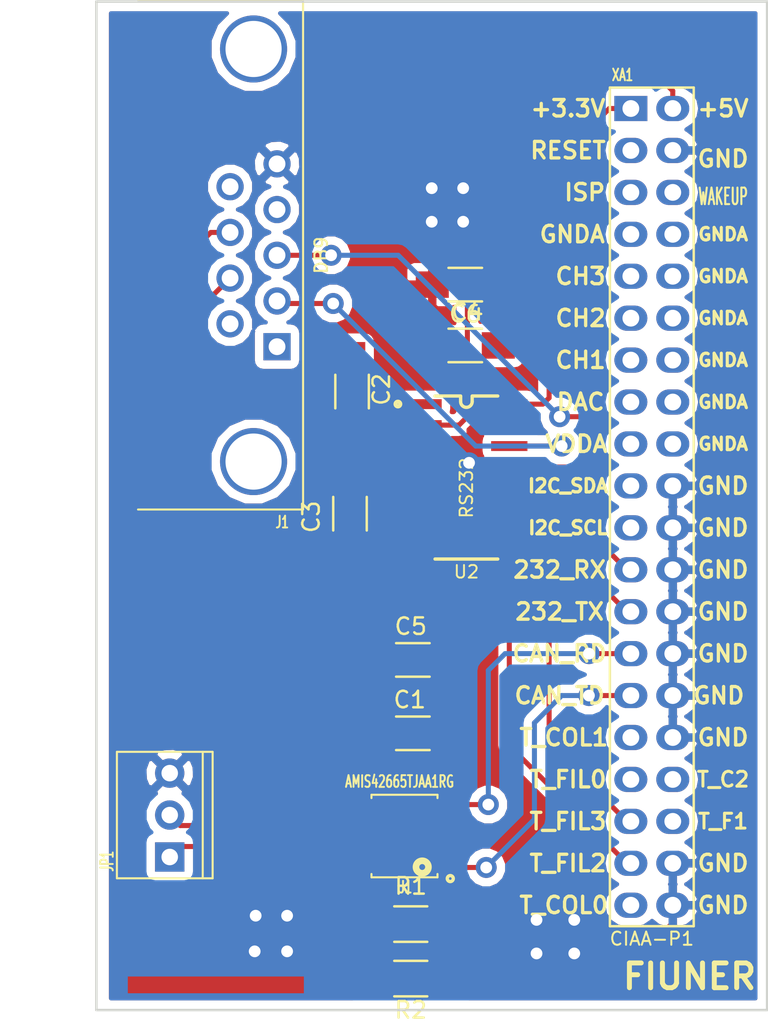
<source format=kicad_pcb>
(kicad_pcb (version 4) (host pcbnew 4.0.0-rc1-stable)

  (general
    (links 44)
    (no_connects 0)
    (area 36.119999 65.837999 76.910001 127.075001)
    (thickness 1.6)
    (drawings 5)
    (tracks 183)
    (zones 0)
    (modules 13)
    (nets 23)
  )

  (page A4)
  (title_block
    (title Ejercisio2_PCB2capas)
    (date 2015-12-01)
    (rev 1.0)
    (company Prototipado)
  )

  (layers
    (0 F.Cu signal)
    (31 B.Cu signal)
    (32 B.Adhes user)
    (33 F.Adhes user)
    (34 B.Paste user)
    (35 F.Paste user)
    (36 B.SilkS user)
    (37 F.SilkS user)
    (38 B.Mask user)
    (39 F.Mask user)
    (40 Dwgs.User user)
    (41 Cmts.User user)
    (42 Eco1.User user)
    (43 Eco2.User user)
    (44 Edge.Cuts user)
    (45 Margin user)
    (46 B.CrtYd user)
    (47 F.CrtYd user)
    (48 B.Fab user)
    (49 F.Fab user)
  )

  (setup
    (last_trace_width 0.3048)
    (trace_clearance 0.3048)
    (zone_clearance 0.508)
    (zone_45_only no)
    (trace_min 0.2)
    (segment_width 0.2)
    (edge_width 0.15)
    (via_size 1.27)
    (via_drill 0.7112)
    (via_min_size 0.4)
    (via_min_drill 0.3)
    (uvia_size 0.7112)
    (uvia_drill 0.4064)
    (uvias_allowed no)
    (uvia_min_size 0.2)
    (uvia_min_drill 0.1)
    (pcb_text_width 0.3)
    (pcb_text_size 1.5 1.5)
    (mod_edge_width 0.15)
    (mod_text_size 1 1)
    (mod_text_width 0.15)
    (pad_size 1.524 1.524)
    (pad_drill 0.762)
    (pad_to_mask_clearance 0.2)
    (aux_axis_origin 0 0)
    (visible_elements 7FFCFFFF)
    (pcbplotparams
      (layerselection 0x00030_80000001)
      (usegerberextensions false)
      (excludeedgelayer true)
      (linewidth 0.100000)
      (plotframeref false)
      (viasonmask false)
      (mode 1)
      (useauxorigin false)
      (hpglpennumber 1)
      (hpglpenspeed 20)
      (hpglpendiameter 15)
      (hpglpenoverlay 2)
      (psnegative false)
      (psa4output false)
      (plotreference true)
      (plotvalue true)
      (plotinvisibletext false)
      (padsonsilk false)
      (subtractmaskfromsilk false)
      (outputformat 1)
      (mirror false)
      (drillshape 1)
      (scaleselection 1)
      (outputdirectory ""))
  )

  (net 0 "")
  (net 1 GND)
  (net 2 +5V)
  (net 3 "Net-(C2-Pad1)")
  (net 4 "Net-(C2-Pad2)")
  (net 5 "Net-(C3-Pad1)")
  (net 6 "Net-(C3-Pad2)")
  (net 7 "Net-(C4-Pad2)")
  (net 8 "Net-(C5-Pad2)")
  (net 9 +3.3V)
  (net 10 "Net-(J1-Pad2)")
  (net 11 "Net-(J1-Pad3)")
  (net 12 "Net-(J1-Pad7)")
  (net 13 "Net-(J1-Pad8)")
  (net 14 /conector/CAN_P)
  (net 15 /conector/CAN_N)
  (net 16 "Net-(R1-Pad2)")
  (net 17 /conector/CAN_TX)
  (net 18 /conector/CAN_RX)
  (net 19 /conector/RTS)
  (net 20 /conector/CTS)
  (net 21 /conector/RXD)
  (net 22 /conector/TXD)

  (net_class Default "This is the default net class."
    (clearance 0.3048)
    (trace_width 0.3048)
    (via_dia 1.27)
    (via_drill 0.7112)
    (uvia_dia 0.7112)
    (uvia_drill 0.4064)
    (add_net +3.3V)
    (add_net +5V)
    (add_net /conector/CAN_N)
    (add_net /conector/CAN_P)
    (add_net /conector/CAN_RX)
    (add_net /conector/CAN_TX)
    (add_net /conector/CTS)
    (add_net /conector/RTS)
    (add_net /conector/RXD)
    (add_net /conector/TXD)
    (add_net GND)
    (add_net "Net-(C2-Pad1)")
    (add_net "Net-(C2-Pad2)")
    (add_net "Net-(C3-Pad1)")
    (add_net "Net-(C3-Pad2)")
    (add_net "Net-(C4-Pad2)")
    (add_net "Net-(C5-Pad2)")
    (add_net "Net-(J1-Pad2)")
    (add_net "Net-(J1-Pad3)")
    (add_net "Net-(J1-Pad7)")
    (add_net "Net-(J1-Pad8)")
    (add_net "Net-(R1-Pad2)")
  )

  (module ej2:SOIC-8 (layer F.Cu) (tedit 53B412FC) (tstamp 565E0036)
    (at 54.864 116.459 180)
    (descr SO-8)
    (path /565DEA7D/565DEB4A)
    (fp_text reference U1 (at 0 -3.1 180) (layer F.SilkS)
      (effects (font (size 0.7112 0.4572) (thickness 0.1143)))
    )
    (fp_text value AMIS42665TJAA1RG (at 0.3 3.3 180) (layer F.SilkS)
      (effects (font (size 0.7112 0.4572) (thickness 0.1143)))
    )
    (fp_line (start -2 -2.5) (end -2 -2.3) (layer F.SilkS) (width 0.127))
    (fp_line (start -2 2.5) (end -2 2.3) (layer F.SilkS) (width 0.127))
    (fp_line (start 2 2.5) (end 2 2.3) (layer F.SilkS) (width 0.127))
    (fp_line (start 2 -2.5) (end 2 -2.3) (layer F.SilkS) (width 0.127))
    (fp_circle (center -2.7746 -2.5764) (end -2.8 -2.5) (layer F.SilkS) (width 0.2032))
    (fp_line (start 2 -2.5) (end -2 -2.5) (layer F.SilkS) (width 0.127))
    (fp_line (start -2 2.5) (end 2 2.5) (layer F.SilkS) (width 0.127))
    (fp_circle (center -1.0746 -1.8764) (end -1.1 -1.7) (layer F.SilkS) (width 0.4))
    (pad 1 smd rect (at -2.7 -1.905 90) (size 0.6 1.52) (layers F.Cu F.Paste F.Mask)
      (net 17 /conector/CAN_TX))
    (pad 2 smd rect (at -2.7 -0.635 90) (size 0.6 1.52) (layers F.Cu F.Paste F.Mask)
      (net 1 GND))
    (pad 3 smd rect (at -2.7 0.635 90) (size 0.6 1.52) (layers F.Cu F.Paste F.Mask)
      (net 2 +5V))
    (pad 4 smd rect (at -2.7 1.905 90) (size 0.6 1.52) (layers F.Cu F.Paste F.Mask)
      (net 18 /conector/CAN_RX))
    (pad 5 smd rect (at 2.7 1.905 90) (size 0.6 1.52) (layers F.Cu F.Paste F.Mask)
      (net 16 "Net-(R1-Pad2)"))
    (pad 6 smd rect (at 2.7 0.635 90) (size 0.6 1.52) (layers F.Cu F.Paste F.Mask)
      (net 15 /conector/CAN_N))
    (pad 7 smd rect (at 2.7 -0.635 90) (size 0.6 1.52) (layers F.Cu F.Paste F.Mask)
      (net 14 /conector/CAN_P))
    (pad 8 smd rect (at 2.7 -1.905 90) (size 0.6 1.52) (layers F.Cu F.Paste F.Mask)
      (net 1 GND))
    (model ${KIPRJMOD}/ej2.3dshapes/so-8.wrl
      (at (xyz 0 0 0))
      (scale (xyz 1 1 1))
      (rotate (xyz 0 0 90))
    )
  )

  (module ej2:DB9_F_TH (layer F.Cu) (tedit 565607B0) (tstamp 565E0017)
    (at 45.72 81.28 90)
    (path /565DEA80/565E2809)
    (fp_text reference J1 (at -16.165 1.735 180) (layer F.SilkS)
      (effects (font (size 0.7112 0.4572) (thickness 0.1143)))
    )
    (fp_text value DB9 (at 0 4.1 90) (layer F.SilkS)
      (effects (font (size 0.762 0.762) (thickness 0.127)))
    )
    (fp_line (start 15.4 3) (end 15.4 -7) (layer F.SilkS) (width 0.127))
    (fp_line (start 15.4 -9.5) (end 15.4 -7) (layer Dwgs.User) (width 0.127))
    (fp_line (start -15.4 3) (end -15.4 -7) (layer F.SilkS) (width 0.127))
    (fp_line (start -15.4 -9.5) (end -15.4 -7) (layer Dwgs.User) (width 0.127))
    (fp_line (start -15.4 -9.1) (end 15.4 -9.1) (layer Dwgs.User) (width 0.127))
    (fp_arc (start -14.2 -14.3) (end -14.2 -14.5) (angle 90) (layer Dwgs.User) (width 0.127))
    (fp_arc (start -13.8 -14.3) (end -14 -14.3) (angle 90) (layer Dwgs.User) (width 0.127))
    (fp_arc (start -10.8 -14.3) (end -11 -14.3) (angle 90) (layer Dwgs.User) (width 0.127))
    (fp_arc (start -11.2 -14.3) (end -11.2 -14.5) (angle 90) (layer Dwgs.User) (width 0.127))
    (fp_arc (start 11.2 -14.3) (end 11 -14.3) (angle 90) (layer Dwgs.User) (width 0.127))
    (fp_arc (start 10.8 -14.3) (end 10.8 -14.5) (angle 90) (layer Dwgs.User) (width 0.127))
    (fp_arc (start 14.2 -14.3) (end 14 -14.3) (angle 90) (layer Dwgs.User) (width 0.127))
    (fp_arc (start 13.8 -14.3) (end 13.8 -14.5) (angle 90) (layer Dwgs.User) (width 0.127))
    (fp_line (start 10 -14.1) (end 10 -9.5) (layer Dwgs.User) (width 0.127))
    (fp_line (start 15 -14.1) (end 15 -9.5) (layer Dwgs.User) (width 0.127))
    (fp_line (start 10.4 -14.5) (end 14.6 -14.5) (layer Dwgs.User) (width 0.127))
    (fp_line (start -15 -14.1) (end -15 -9.5) (layer Dwgs.User) (width 0.127))
    (fp_line (start -10 -14.1) (end -10 -9.5) (layer Dwgs.User) (width 0.127))
    (fp_line (start -14.6 -14.5) (end -10.4 -14.5) (layer Dwgs.User) (width 0.127))
    (fp_arc (start -14.6 -14.1) (end -15 -14.1) (angle 90) (layer Dwgs.User) (width 0.127))
    (fp_arc (start -10.4 -14.1) (end -10.4 -14.5) (angle 90) (layer Dwgs.User) (width 0.127))
    (fp_arc (start 10.4 -14.1) (end 10 -14.1) (angle 90) (layer Dwgs.User) (width 0.127))
    (fp_arc (start 14.6 -14.1) (end 14.6 -14.5) (angle 90) (layer Dwgs.User) (width 0.127))
    (fp_line (start 14 -14.5) (end 14 -9.5) (layer Dwgs.User) (width 0.127))
    (fp_line (start 11 -14.5) (end 11 -9.5) (layer Dwgs.User) (width 0.127))
    (fp_line (start -11 -14.5) (end -11 -9.5) (layer Dwgs.User) (width 0.127))
    (fp_line (start -14 -14.5) (end -14 -9.5) (layer Dwgs.User) (width 0.127))
    (fp_line (start 7.8 -15.3) (end -7.8 -15.3) (layer Dwgs.User) (width 0.127))
    (fp_line (start 8.2 -14.9) (end 8.2 -9.5) (layer Dwgs.User) (width 0.127))
    (fp_line (start -8.2 -14.9) (end -8.2 -9.5) (layer Dwgs.User) (width 0.127))
    (fp_arc (start -7.8 -14.9) (end -8.2 -14.9) (angle 90) (layer Dwgs.User) (width 0.127))
    (fp_arc (start 7.8 -14.9) (end 7.8 -15.3) (angle 90) (layer Dwgs.User) (width 0.127))
    (fp_line (start 15.4 3) (end -15.4 3) (layer F.SilkS) (width 0.127))
    (fp_line (start -15.4 -9.5) (end 15.4 -9.5) (layer Dwgs.User) (width 0.127))
    (pad 1 thru_hole rect (at -5.5372 1.4224 90) (size 1.651 1.651) (drill 1.016) (layers *.Cu *.Mask))
    (pad 2 thru_hole circle (at -2.7686 1.4224 90) (size 1.651 1.651) (drill 1.016) (layers *.Cu *.Mask)
      (net 10 "Net-(J1-Pad2)"))
    (pad 3 thru_hole circle (at 0 1.4224 90) (size 1.651 1.651) (drill 1.016) (layers *.Cu *.Mask)
      (net 11 "Net-(J1-Pad3)"))
    (pad 4 thru_hole circle (at 2.7686 1.4224 90) (size 1.651 1.651) (drill 1.016) (layers *.Cu *.Mask))
    (pad 5 thru_hole circle (at 5.5372 1.4224 90) (size 1.651 1.651) (drill 1.016) (layers *.Cu *.Mask)
      (net 1 GND))
    (pad 6 thru_hole circle (at -4.1529 -1.4224 90) (size 1.651 1.651) (drill 1.016) (layers *.Cu *.Mask))
    (pad 7 thru_hole circle (at -1.3843 -1.4224 90) (size 1.651 1.651) (drill 1.016) (layers *.Cu *.Mask)
      (net 12 "Net-(J1-Pad7)"))
    (pad 8 thru_hole circle (at 1.3843 -1.4224 90) (size 1.651 1.651) (drill 1.016) (layers *.Cu *.Mask)
      (net 13 "Net-(J1-Pad8)"))
    (pad 9 thru_hole circle (at 4.1529 -1.4224 90) (size 1.651 1.651) (drill 1.016) (layers *.Cu *.Mask))
    (pad 10 thru_hole circle (at -12.4968 0 90) (size 4.064 4.064) (drill 3.4) (layers *.Cu *.Mask))
    (pad 11 thru_hole circle (at 12.4968 0 90) (size 4.064 4.064) (drill 3.4) (layers *.Cu *.Mask))
    (model ${KIPRJMOD}/ej2.3dshapes/db_9f.wrl
      (at (xyz 0 0.31 0))
      (scale (xyz 1 1.1 1))
      (rotate (xyz 0 0 180))
    )
  )

  (module ej2:CON_PALETA_3 (layer F.Cu) (tedit 55918D28) (tstamp 565E001E)
    (at 40.64 115.189 90)
    (path /565DEA7D/565DEB87)
    (fp_text reference JP1 (at -2.8 -3.8 90) (layer F.SilkS)
      (effects (font (size 0.762 0.4572) (thickness 0.127)))
    )
    (fp_text value CONN_3 (at 0 3.3 90) (layer F.Fab)
      (effects (font (size 0.762 0.4572) (thickness 0.127)))
    )
    (fp_line (start 3.83 -3.2) (end 3.83 2.6) (layer F.SilkS) (width 0.127))
    (fp_line (start -3.83 -3.2) (end 3.83 -3.2) (layer F.SilkS) (width 0.127))
    (fp_line (start -3.83 2.6) (end -3.83 -3.2) (layer F.SilkS) (width 0.127))
    (fp_line (start 3.83 2.6) (end -3.83 2.6) (layer F.SilkS) (width 0.127))
    (fp_line (start 3.83 2) (end -3.83 2) (layer F.SilkS) (width 0.127))
    (pad 1 thru_hole rect (at -2.54 0 90) (size 1.778 1.778) (drill 1) (layers *.Cu *.Mask)
      (net 14 /conector/CAN_P))
    (pad 2 thru_hole circle (at 0 0 90) (size 1.778 1.778) (drill 1) (layers *.Cu *.Mask)
      (net 15 /conector/CAN_N))
    (pad 3 thru_hole circle (at 2.54 0 90) (size 1.778 1.778) (drill 1) (layers *.Cu *.Mask)
      (net 1 GND))
    (model ${KIPRJMOD}/ej2.3dshapes/CON_PALETA_3.wrl
      (at (xyz 0 0.012 0))
      (scale (xyz 0.395 0.395 0.395))
      (rotate (xyz 0 0 180))
    )
  )

  (module ej2:SP3232ECN-SOIC16N (layer F.Cu) (tedit 5656340C) (tstamp 565E004A)
    (at 58.61558 94.742 270)
    (descr "SMALL OUTLINE INTEGRATED CIRCUIT")
    (tags "SMALL OUTLINE INTEGRATED CIRCUIT")
    (path /565DEA80/565E254A)
    (attr smd)
    (fp_text reference U2 (at 5.715 0 360) (layer F.SilkS)
      (effects (font (size 0.762 0.762) (thickness 0.1143)))
    )
    (fp_text value RS232 (at 0.635 0 270) (layer F.SilkS)
      (effects (font (size 0.762 0.762) (thickness 0.1143)))
    )
    (fp_line (start -4.6 0.35) (end -4.9 0.35) (layer F.SilkS) (width 0.2032))
    (fp_line (start -4.6 -0.35) (end -4.9 -0.35) (layer F.SilkS) (width 0.2032))
    (fp_arc (start -4.6 0) (end -4.6 -0.35) (angle 180) (layer F.SilkS) (width 0.2032))
    (fp_circle (center -4.45 4.15) (end -4.35 4.05) (layer F.SilkS) (width 0.254))
    (fp_line (start -4.93776 1.89992) (end -4.93776 0.35) (layer F.SilkS) (width 0.2032))
    (fp_line (start -4.93776 -0.35) (end -4.93776 -1.89992) (layer F.SilkS) (width 0.2032))
    (fp_line (start 4.93776 -1.89992) (end 4.93776 1.39954) (layer F.SilkS) (width 0.2032))
    (fp_line (start 4.93776 1.39954) (end 4.93776 1.89992) (layer F.SilkS) (width 0.2032))
    (pad 1 smd rect (at -4.445 2.59842 270) (size 0.59944 2.19964) (layers F.Cu F.Paste F.Mask)
      (net 3 "Net-(C2-Pad1)"))
    (pad 2 smd rect (at -3.175 2.59842 270) (size 0.59944 2.19964) (layers F.Cu F.Paste F.Mask)
      (net 7 "Net-(C4-Pad2)"))
    (pad 3 smd rect (at -1.905 2.59842 270) (size 0.59944 2.19964) (layers F.Cu F.Paste F.Mask)
      (net 4 "Net-(C2-Pad2)"))
    (pad 4 smd rect (at -0.635 2.59842 270) (size 0.59944 2.19964) (layers F.Cu F.Paste F.Mask)
      (net 5 "Net-(C3-Pad1)"))
    (pad 5 smd rect (at 0.635 2.59842 270) (size 0.59944 2.19964) (layers F.Cu F.Paste F.Mask)
      (net 6 "Net-(C3-Pad2)"))
    (pad 6 smd rect (at 1.905 2.59842 270) (size 0.59944 2.19964) (layers F.Cu F.Paste F.Mask)
      (net 8 "Net-(C5-Pad2)"))
    (pad 7 smd rect (at 3.175 2.59842 270) (size 0.59944 2.19964) (layers F.Cu F.Paste F.Mask)
      (net 13 "Net-(J1-Pad8)"))
    (pad 8 smd rect (at 4.445 2.59842 270) (size 0.59944 2.19964) (layers F.Cu F.Paste F.Mask)
      (net 12 "Net-(J1-Pad7)"))
    (pad 9 smd rect (at 4.445 -2.59842 270) (size 0.59944 2.19964) (layers F.Cu F.Paste F.Mask)
      (net 19 /conector/RTS))
    (pad 10 smd rect (at 3.175 -2.59842 270) (size 0.59944 2.19964) (layers F.Cu F.Paste F.Mask)
      (net 20 /conector/CTS))
    (pad 11 smd rect (at 1.905 -2.59842 270) (size 0.59944 2.19964) (layers F.Cu F.Paste F.Mask)
      (net 21 /conector/RXD))
    (pad 12 smd rect (at 0.635 -2.59842 270) (size 0.59944 2.19964) (layers F.Cu F.Paste F.Mask)
      (net 22 /conector/TXD))
    (pad 13 smd rect (at -0.635 -2.59842 270) (size 0.59944 2.19964) (layers F.Cu F.Paste F.Mask)
      (net 11 "Net-(J1-Pad3)"))
    (pad 14 smd rect (at -1.905 -2.59842 270) (size 0.59944 2.19964) (layers F.Cu F.Paste F.Mask)
      (net 10 "Net-(J1-Pad2)"))
    (pad 15 smd rect (at -3.175 -2.59842 270) (size 0.59944 2.19964) (layers F.Cu F.Paste F.Mask)
      (net 1 GND))
    (pad 16 smd rect (at -4.445 -2.59842 270) (size 0.59944 2.19964) (layers F.Cu F.Paste F.Mask)
      (net 9 +3.3V))
    (model ${KIPRJMOD}/ej2.3dshapes/so-16.wrl
      (at (xyz 0 0 0))
      (scale (xyz 1 1 1))
      (rotate (xyz 0 0 0))
    )
  )

  (module ej2:Conn_Poncho_Derecha (layer F.Cu) (tedit 565779F5) (tstamp 565E0076)
    (at 68.58 72.39)
    (tags "CONN Poncho")
    (path /565DEA7D/565DEAE9)
    (fp_text reference XA1 (at -0.508 -2.032) (layer F.SilkS)
      (effects (font (size 0.7112 0.4572) (thickness 0.1143)))
    )
    (fp_text value Conn_Poncho2P_2x_20x2 (at -1.905 51.181) (layer F.SilkS) hide
      (effects (font (size 0.7112 0.4572) (thickness 0.1143)))
    )
    (fp_text user GND (at 5.588 48.26) (layer F.SilkS)
      (effects (font (size 1 1) (thickness 0.2)))
    )
    (fp_text user GND (at 5.588 45.72) (layer F.SilkS)
      (effects (font (size 1 1) (thickness 0.2)))
    )
    (fp_text user T_F1 (at 5.588 43.18) (layer F.SilkS)
      (effects (font (size 0.9 0.9) (thickness 0.18)))
    )
    (fp_text user T_C2 (at 5.588 40.64) (layer F.SilkS)
      (effects (font (size 0.9 0.9) (thickness 0.18)))
    )
    (fp_text user GND (at 5.588 38.1) (layer F.SilkS)
      (effects (font (size 1 1) (thickness 0.2)))
    )
    (fp_text user GND (at 5.334 35.56) (layer F.SilkS)
      (effects (font (size 1 1) (thickness 0.2)))
    )
    (fp_text user GND (at 5.588 33.02) (layer F.SilkS)
      (effects (font (size 1 1) (thickness 0.2)))
    )
    (fp_text user GND (at 5.588 30.48) (layer F.SilkS)
      (effects (font (size 1 1) (thickness 0.2)))
    )
    (fp_text user GND (at 5.588 27.94) (layer F.SilkS)
      (effects (font (size 1 1) (thickness 0.2)))
    )
    (fp_text user GND (at 5.588 25.4) (layer F.SilkS)
      (effects (font (size 1 1) (thickness 0.2)))
    )
    (fp_text user GND (at 5.588 22.86) (layer F.SilkS)
      (effects (font (size 1 1) (thickness 0.2)))
    )
    (fp_text user GNDA (at 5.588 20.32) (layer F.SilkS)
      (effects (font (size 0.76 0.76) (thickness 0.19)))
    )
    (fp_text user GNDA (at 5.588 17.78) (layer F.SilkS)
      (effects (font (size 0.76 0.76) (thickness 0.19)))
    )
    (fp_text user GNDA (at 5.588 15.24) (layer F.SilkS)
      (effects (font (size 0.76 0.76) (thickness 0.19)))
    )
    (fp_text user GNDA (at 5.588 12.7) (layer F.SilkS)
      (effects (font (size 0.76 0.76) (thickness 0.19)))
    )
    (fp_text user GNDA (at 5.588 10.16) (layer F.SilkS)
      (effects (font (size 0.76 0.76) (thickness 0.19)))
    )
    (fp_text user GNDA (at 5.588 7.62) (layer F.SilkS)
      (effects (font (size 0.76 0.76) (thickness 0.19)))
    )
    (fp_text user WAKEUP (at 5.588 5.334) (layer F.SilkS)
      (effects (font (size 1 0.5) (thickness 0.125)))
    )
    (fp_text user GND (at 5.588 3.048) (layer F.SilkS)
      (effects (font (size 1 1) (thickness 0.2)))
    )
    (fp_text user +5V (at 5.588 0) (layer F.SilkS)
      (effects (font (size 1 1) (thickness 0.2)))
    )
    (fp_text user T_COL0 (at -4.064 48.26) (layer F.SilkS)
      (effects (font (size 1 1) (thickness 0.2)))
    )
    (fp_text user T_FIL2 (at -3.81 45.72) (layer F.SilkS)
      (effects (font (size 1 1) (thickness 0.2)))
    )
    (fp_text user T_FIL3 (at -3.81 43.18) (layer F.SilkS)
      (effects (font (size 1 1) (thickness 0.2)))
    )
    (fp_text user T_FIL0 (at -3.81 40.64) (layer F.SilkS)
      (effects (font (size 1 1) (thickness 0.2)))
    )
    (fp_text user T_COL1 (at -4.064 38.1) (layer F.SilkS)
      (effects (font (size 1 1) (thickness 0.2)))
    )
    (fp_text user CAN_TD (at -4.318 35.56) (layer F.SilkS)
      (effects (font (size 1 1) (thickness 0.2)))
    )
    (fp_text user CAN_RD (at -4.318 33.02) (layer F.SilkS)
      (effects (font (size 1 1) (thickness 0.2)))
    )
    (fp_text user 232_TX (at -4.318 30.48) (layer F.SilkS)
      (effects (font (size 1 1) (thickness 0.2)))
    )
    (fp_text user 232_RX (at -4.318 27.94) (layer F.SilkS)
      (effects (font (size 1 1) (thickness 0.2)))
    )
    (fp_text user I2C_SCL (at -3.81 25.4) (layer F.SilkS)
      (effects (font (size 0.8 0.8) (thickness 0.2)))
    )
    (fp_text user I2C_SDA (at -3.81 22.86) (layer F.SilkS)
      (effects (font (size 0.8 0.8) (thickness 0.2)))
    )
    (fp_text user VDDA (at -3.302 20.32) (layer F.SilkS)
      (effects (font (size 1 1) (thickness 0.2)))
    )
    (fp_text user DAC (at -3.048 17.78) (layer F.SilkS)
      (effects (font (size 1 1) (thickness 0.2)))
    )
    (fp_text user CH1 (at -3.048 15.24) (layer F.SilkS)
      (effects (font (size 1 1) (thickness 0.2)))
    )
    (fp_text user CH2 (at -3.048 12.7) (layer F.SilkS)
      (effects (font (size 1 1) (thickness 0.2)))
    )
    (fp_text user CH3 (at -3.048 10.16) (layer F.SilkS)
      (effects (font (size 1 1) (thickness 0.2)))
    )
    (fp_text user GNDA (at -3.556 7.62) (layer F.SilkS)
      (effects (font (size 1 1) (thickness 0.2)))
    )
    (fp_text user ISP (at -2.794 5.08) (layer F.SilkS)
      (effects (font (size 1 1) (thickness 0.2)))
    )
    (fp_text user RESET (at -3.81 2.54) (layer F.SilkS)
      (effects (font (size 1 1) (thickness 0.2)))
    )
    (fp_text user CIAA-P1 (at 1.27 50.292) (layer F.SilkS)
      (effects (font (size 0.8 0.8) (thickness 0.12)))
    )
    (fp_text user +3.3V (at -3.81 0) (layer F.SilkS)
      (effects (font (size 1 1) (thickness 0.2)))
    )
    (fp_line (start -1.27 49.53) (end -1.27 -1.27) (layer F.SilkS) (width 0.15))
    (fp_line (start 3.81 49.53) (end 3.81 -1.27) (layer F.SilkS) (width 0.15))
    (fp_line (start 3.81 49.53) (end -1.27 49.53) (layer F.SilkS) (width 0.15))
    (fp_line (start 3.81 -1.27) (end -1.27 -1.27) (layer F.SilkS) (width 0.15))
    (pad 1 thru_hole rect (at 0 0 270) (size 1.524 2) (drill 1.016) (layers *.Cu *.Mask)
      (net 9 +3.3V))
    (pad 2 thru_hole oval (at 2.54 0 270) (size 1.524 2) (drill 1.016) (layers *.Cu *.Mask)
      (net 2 +5V))
    (pad 11 thru_hole oval (at 0 12.7 270) (size 1.524 2) (drill 1.016) (layers *.Cu *.Mask))
    (pad 4 thru_hole oval (at 2.54 2.54 270) (size 1.524 2) (drill 1.016) (layers *.Cu *.Mask)
      (net 1 GND))
    (pad 13 thru_hole oval (at 0 15.24 270) (size 1.524 2) (drill 1.016) (layers *.Cu *.Mask))
    (pad 6 thru_hole oval (at 2.54 5.08 270) (size 1.524 2) (drill 1.016) (layers *.Cu *.Mask))
    (pad 15 thru_hole oval (at 0 17.78 270) (size 1.524 2) (drill 1.016) (layers *.Cu *.Mask))
    (pad 8 thru_hole oval (at 2.54 7.62 270) (size 1.524 2) (drill 1.016) (layers *.Cu *.Mask))
    (pad 17 thru_hole oval (at 0 20.32 270) (size 1.524 2) (drill 1.016) (layers *.Cu *.Mask))
    (pad 10 thru_hole oval (at 2.54 10.16 270) (size 1.524 2) (drill 1.016) (layers *.Cu *.Mask))
    (pad 19 thru_hole oval (at 0 22.86 270) (size 1.524 2) (drill 1.016) (layers *.Cu *.Mask))
    (pad 12 thru_hole oval (at 2.54 12.7 270) (size 1.524 2) (drill 1.016) (layers *.Cu *.Mask))
    (pad 21 thru_hole oval (at 0 25.4 270) (size 1.524 2) (drill 1.016) (layers *.Cu *.Mask))
    (pad 14 thru_hole oval (at 2.54 15.24 270) (size 1.524 2) (drill 1.016) (layers *.Cu *.Mask))
    (pad 23 thru_hole oval (at 0 27.94 270) (size 1.524 2) (drill 1.016) (layers *.Cu *.Mask)
      (net 22 /conector/TXD))
    (pad 16 thru_hole oval (at 2.54 17.78 270) (size 1.524 2) (drill 1.016) (layers *.Cu *.Mask))
    (pad 25 thru_hole oval (at 0 30.48 270) (size 1.524 2) (drill 1.016) (layers *.Cu *.Mask)
      (net 21 /conector/RXD))
    (pad 18 thru_hole oval (at 2.54 20.32 270) (size 1.524 2) (drill 1.016) (layers *.Cu *.Mask))
    (pad 27 thru_hole oval (at 0 33.02 270) (size 1.524 2) (drill 1.016) (layers *.Cu *.Mask)
      (net 18 /conector/CAN_RX))
    (pad 20 thru_hole oval (at 2.54 22.86 270) (size 1.524 2) (drill 1.016) (layers *.Cu *.Mask)
      (net 1 GND))
    (pad 29 thru_hole oval (at 0 35.56 270) (size 1.524 2) (drill 1.016) (layers *.Cu *.Mask)
      (net 17 /conector/CAN_TX))
    (pad 22 thru_hole oval (at 2.54 25.4 270) (size 1.524 2) (drill 1.016) (layers *.Cu *.Mask)
      (net 1 GND))
    (pad 31 thru_hole oval (at 0 38.1 270) (size 1.524 2) (drill 1.016) (layers *.Cu *.Mask))
    (pad 24 thru_hole oval (at 2.54 27.94 270) (size 1.524 2) (drill 1.016) (layers *.Cu *.Mask)
      (net 1 GND))
    (pad 26 thru_hole oval (at 2.54 30.48 270) (size 1.524 2) (drill 1.016) (layers *.Cu *.Mask)
      (net 1 GND))
    (pad 33 thru_hole oval (at 0 40.64 270) (size 1.524 2) (drill 1.016) (layers *.Cu *.Mask))
    (pad 28 thru_hole oval (at 2.54 33.02 270) (size 1.524 2) (drill 1.016) (layers *.Cu *.Mask)
      (net 1 GND))
    (pad 32 thru_hole oval (at 2.54 38.1 270) (size 1.524 2) (drill 1.016) (layers *.Cu *.Mask)
      (net 1 GND))
    (pad 34 thru_hole oval (at 2.54 40.64 270) (size 1.524 2) (drill 1.016) (layers *.Cu *.Mask))
    (pad 36 thru_hole oval (at 2.54 43.18 270) (size 1.524 2) (drill 1.016) (layers *.Cu *.Mask))
    (pad 38 thru_hole oval (at 2.54 45.72 270) (size 1.524 2) (drill 1.016) (layers *.Cu *.Mask)
      (net 1 GND))
    (pad 35 thru_hole oval (at 0 43.18 270) (size 1.524 2) (drill 1.016) (layers *.Cu *.Mask)
      (net 20 /conector/CTS))
    (pad 37 thru_hole oval (at 0 45.72 270) (size 1.524 2) (drill 1.016) (layers *.Cu *.Mask)
      (net 19 /conector/RTS))
    (pad 3 thru_hole oval (at 0 2.54 270) (size 1.524 2) (drill 1.016) (layers *.Cu *.Mask))
    (pad 5 thru_hole oval (at 0 5.08 270) (size 1.524 2) (drill 1.016) (layers *.Cu *.Mask))
    (pad 7 thru_hole oval (at 0 7.62 270) (size 1.524 2) (drill 1.016) (layers *.Cu *.Mask))
    (pad 9 thru_hole oval (at 0 10.16 270) (size 1.524 2) (drill 1.016) (layers *.Cu *.Mask))
    (pad 39 thru_hole oval (at 0 48.26 270) (size 1.524 2) (drill 1.016) (layers *.Cu *.Mask))
    (pad 40 thru_hole oval (at 2.54 48.26 270) (size 1.524 2) (drill 1.016) (layers *.Cu *.Mask)
      (net 1 GND))
    (pad 30 thru_hole oval (at 2.54 35.56 270) (size 1.524 2) (drill 1.016) (layers *.Cu *.Mask)
      (net 1 GND))
    (model ${KIPRJMOD}/ej2.3dshapes/pin_strip_20x2.wrl
      (at (xyz 0.05 -0.95 -0.063))
      (scale (xyz 1 1 1))
      (rotate (xyz 180 0 90))
    )
  )

  (module ej2:C_1206 (layer F.Cu) (tedit 565E0794) (tstamp 565E0A01)
    (at 55.372 110.236 180)
    (path /565DEA7D/565DECB6)
    (fp_text reference C1 (at 0.1905 2.032 180) (layer F.SilkS)
      (effects (font (size 1 1) (thickness 0.15)))
    )
    (fp_text value 100nF (at 0.0635 -2.4765 180) (layer F.Fab)
      (effects (font (size 1 1) (thickness 0.15)))
    )
    (fp_line (start -1.016 1.016) (end 1.016 1.016) (layer F.SilkS) (width 0.15))
    (fp_line (start -1.016 -1.016) (end 1.016 -1.016) (layer F.SilkS) (width 0.15))
    (fp_line (start 3.3655 1.27) (end 3.3655 -1.27) (layer F.CrtYd) (width 0.15))
    (fp_line (start -3.3655 -1.27) (end 3.3655 -1.27) (layer F.CrtYd) (width 0.15))
    (fp_line (start -3.3655 1.27) (end 3.3655 1.27) (layer F.CrtYd) (width 0.15))
    (fp_line (start -3.3655 -1.27) (end -3.3655 1.27) (layer F.CrtYd) (width 0.15))
    (pad 1 smd rect (at -2 0 180) (size 2 1.6) (layers F.Cu F.Paste F.Mask)
      (net 1 GND))
    (pad 2 smd rect (at 2 0 180) (size 2 1.6) (layers F.Cu F.Paste F.Mask)
      (net 2 +5V))
    (model ${KIPRJMOD}/ej2.3dshapes/C_1206_HandSoldering.wrl
      (at (xyz 0 0 0))
      (scale (xyz 1 1 1))
      (rotate (xyz 0 0 0))
    )
  )

  (module ej2:C_1206 (layer F.Cu) (tedit 565E0794) (tstamp 565E0A0C)
    (at 51.689 89.535 270)
    (path /565DEA80/565E265E)
    (fp_text reference C2 (at -0.127 -1.778 270) (layer F.SilkS)
      (effects (font (size 1 1) (thickness 0.15)))
    )
    (fp_text value C (at 0.0635 -2.4765 270) (layer F.Fab)
      (effects (font (size 1 1) (thickness 0.15)))
    )
    (fp_line (start -1.016 1.016) (end 1.016 1.016) (layer F.SilkS) (width 0.15))
    (fp_line (start -1.016 -1.016) (end 1.016 -1.016) (layer F.SilkS) (width 0.15))
    (fp_line (start 3.3655 1.27) (end 3.3655 -1.27) (layer F.CrtYd) (width 0.15))
    (fp_line (start -3.3655 -1.27) (end 3.3655 -1.27) (layer F.CrtYd) (width 0.15))
    (fp_line (start -3.3655 1.27) (end 3.3655 1.27) (layer F.CrtYd) (width 0.15))
    (fp_line (start -3.3655 -1.27) (end -3.3655 1.27) (layer F.CrtYd) (width 0.15))
    (pad 1 smd rect (at -2 0 270) (size 2 1.6) (layers F.Cu F.Paste F.Mask)
      (net 3 "Net-(C2-Pad1)"))
    (pad 2 smd rect (at 2 0 270) (size 2 1.6) (layers F.Cu F.Paste F.Mask)
      (net 4 "Net-(C2-Pad2)"))
    (model ${KIPRJMOD}/ej2.3dshapes/C_1206_HandSoldering.wrl
      (at (xyz 0 0 0))
      (scale (xyz 1 1 1))
      (rotate (xyz 0 0 0))
    )
  )

  (module ej2:C_1206 (layer F.Cu) (tedit 565E0794) (tstamp 565E0A17)
    (at 51.562 96.933 270)
    (path /565DEA80/565E26E5)
    (fp_text reference C3 (at 0.1905 2.3495 270) (layer F.SilkS)
      (effects (font (size 1 1) (thickness 0.15)))
    )
    (fp_text value C (at 0.0635 -2.4765 270) (layer F.Fab)
      (effects (font (size 1 1) (thickness 0.15)))
    )
    (fp_line (start -1.016 1.016) (end 1.016 1.016) (layer F.SilkS) (width 0.15))
    (fp_line (start -1.016 -1.016) (end 1.016 -1.016) (layer F.SilkS) (width 0.15))
    (fp_line (start 3.3655 1.27) (end 3.3655 -1.27) (layer F.CrtYd) (width 0.15))
    (fp_line (start -3.3655 -1.27) (end 3.3655 -1.27) (layer F.CrtYd) (width 0.15))
    (fp_line (start -3.3655 1.27) (end 3.3655 1.27) (layer F.CrtYd) (width 0.15))
    (fp_line (start -3.3655 -1.27) (end -3.3655 1.27) (layer F.CrtYd) (width 0.15))
    (pad 1 smd rect (at -2 0 270) (size 2 1.6) (layers F.Cu F.Paste F.Mask)
      (net 5 "Net-(C3-Pad1)"))
    (pad 2 smd rect (at 2 0 270) (size 2 1.6) (layers F.Cu F.Paste F.Mask)
      (net 6 "Net-(C3-Pad2)"))
    (model ${KIPRJMOD}/ej2.3dshapes/C_1206_HandSoldering.wrl
      (at (xyz 0 0 0))
      (scale (xyz 1 1 1))
      (rotate (xyz 0 0 0))
    )
  )

  (module ej2:C_1206 (layer F.Cu) (tedit 565E0794) (tstamp 565E0A22)
    (at 58.547 83.058)
    (path /565DEA80/565E2C47)
    (fp_text reference C4 (at 0.127 1.651) (layer F.SilkS)
      (effects (font (size 1 1) (thickness 0.15)))
    )
    (fp_text value C (at 0.0635 -2.4765) (layer F.Fab)
      (effects (font (size 1 1) (thickness 0.15)))
    )
    (fp_line (start -1.016 1.016) (end 1.016 1.016) (layer F.SilkS) (width 0.15))
    (fp_line (start -1.016 -1.016) (end 1.016 -1.016) (layer F.SilkS) (width 0.15))
    (fp_line (start 3.3655 1.27) (end 3.3655 -1.27) (layer F.CrtYd) (width 0.15))
    (fp_line (start -3.3655 -1.27) (end 3.3655 -1.27) (layer F.CrtYd) (width 0.15))
    (fp_line (start -3.3655 1.27) (end 3.3655 1.27) (layer F.CrtYd) (width 0.15))
    (fp_line (start -3.3655 -1.27) (end -3.3655 1.27) (layer F.CrtYd) (width 0.15))
    (pad 1 smd rect (at -2 0) (size 2 1.6) (layers F.Cu F.Paste F.Mask)
      (net 1 GND))
    (pad 2 smd rect (at 2 0) (size 2 1.6) (layers F.Cu F.Paste F.Mask)
      (net 7 "Net-(C4-Pad2)"))
    (model ${KIPRJMOD}/ej2.3dshapes/C_1206_HandSoldering.wrl
      (at (xyz 0 0 0))
      (scale (xyz 1 1 1))
      (rotate (xyz 0 0 0))
    )
  )

  (module ej2:C_1206 (layer F.Cu) (tedit 565E0794) (tstamp 565E0A2D)
    (at 55.372 105.791 180)
    (path /565DEA80/565E2C85)
    (fp_text reference C5 (at 0.127 2.032 180) (layer F.SilkS)
      (effects (font (size 1 1) (thickness 0.15)))
    )
    (fp_text value C (at 0.0635 -2.4765 180) (layer F.Fab)
      (effects (font (size 1 1) (thickness 0.15)))
    )
    (fp_line (start -1.016 1.016) (end 1.016 1.016) (layer F.SilkS) (width 0.15))
    (fp_line (start -1.016 -1.016) (end 1.016 -1.016) (layer F.SilkS) (width 0.15))
    (fp_line (start 3.3655 1.27) (end 3.3655 -1.27) (layer F.CrtYd) (width 0.15))
    (fp_line (start -3.3655 -1.27) (end 3.3655 -1.27) (layer F.CrtYd) (width 0.15))
    (fp_line (start -3.3655 1.27) (end 3.3655 1.27) (layer F.CrtYd) (width 0.15))
    (fp_line (start -3.3655 -1.27) (end -3.3655 1.27) (layer F.CrtYd) (width 0.15))
    (pad 1 smd rect (at -2 0 180) (size 2 1.6) (layers F.Cu F.Paste F.Mask)
      (net 1 GND))
    (pad 2 smd rect (at 2 0 180) (size 2 1.6) (layers F.Cu F.Paste F.Mask)
      (net 8 "Net-(C5-Pad2)"))
    (model ${KIPRJMOD}/ej2.3dshapes/C_1206_HandSoldering.wrl
      (at (xyz 0 0 0))
      (scale (xyz 1 1 1))
      (rotate (xyz 0 0 0))
    )
  )

  (module ej2:C_1206 (layer F.Cu) (tedit 565E0794) (tstamp 565E0A38)
    (at 58.547 86.741 180)
    (path /565DEA80/565E2E1C)
    (fp_text reference C6 (at 0 1.905 180) (layer F.SilkS)
      (effects (font (size 1 1) (thickness 0.15)))
    )
    (fp_text value C (at 0.0635 -2.4765 180) (layer F.Fab)
      (effects (font (size 1 1) (thickness 0.15)))
    )
    (fp_line (start -1.016 1.016) (end 1.016 1.016) (layer F.SilkS) (width 0.15))
    (fp_line (start -1.016 -1.016) (end 1.016 -1.016) (layer F.SilkS) (width 0.15))
    (fp_line (start 3.3655 1.27) (end 3.3655 -1.27) (layer F.CrtYd) (width 0.15))
    (fp_line (start -3.3655 -1.27) (end 3.3655 -1.27) (layer F.CrtYd) (width 0.15))
    (fp_line (start -3.3655 1.27) (end 3.3655 1.27) (layer F.CrtYd) (width 0.15))
    (fp_line (start -3.3655 -1.27) (end -3.3655 1.27) (layer F.CrtYd) (width 0.15))
    (pad 1 smd rect (at -2 0 180) (size 2 1.6) (layers F.Cu F.Paste F.Mask)
      (net 9 +3.3V))
    (pad 2 smd rect (at 2 0 180) (size 2 1.6) (layers F.Cu F.Paste F.Mask)
      (net 1 GND))
    (model ${KIPRJMOD}/ej2.3dshapes/C_1206_HandSoldering.wrl
      (at (xyz 0 0 0))
      (scale (xyz 1 1 1))
      (rotate (xyz 0 0 0))
    )
  )

  (module ej2:R_1206_HandSoldering (layer F.Cu) (tedit 5418A20D) (tstamp 565E0A7B)
    (at 55.245 121.793)
    (descr "Resistor SMD 1206, hand soldering")
    (tags "resistor 1206")
    (path /565DEA7D/565DEBF4)
    (attr smd)
    (fp_text reference R1 (at 0 -2.3) (layer F.SilkS)
      (effects (font (size 1 1) (thickness 0.15)))
    )
    (fp_text value 60 (at 0 2.3) (layer F.Fab)
      (effects (font (size 1 1) (thickness 0.15)))
    )
    (fp_line (start -3.3 -1.2) (end 3.3 -1.2) (layer F.CrtYd) (width 0.05))
    (fp_line (start -3.3 1.2) (end 3.3 1.2) (layer F.CrtYd) (width 0.05))
    (fp_line (start -3.3 -1.2) (end -3.3 1.2) (layer F.CrtYd) (width 0.05))
    (fp_line (start 3.3 -1.2) (end 3.3 1.2) (layer F.CrtYd) (width 0.05))
    (fp_line (start 1 1.075) (end -1 1.075) (layer F.SilkS) (width 0.15))
    (fp_line (start -1 -1.075) (end 1 -1.075) (layer F.SilkS) (width 0.15))
    (pad 1 smd rect (at -2 0) (size 2 1.7) (layers F.Cu F.Paste F.Mask)
      (net 14 /conector/CAN_P))
    (pad 2 smd rect (at 2 0) (size 2 1.7) (layers F.Cu F.Paste F.Mask)
      (net 16 "Net-(R1-Pad2)"))
    (model ${KIPRJMOD}/ej2.3dshapes/R_1206_HandSoldering.wrl
      (at (xyz 0 0 0))
      (scale (xyz 1 1 1))
      (rotate (xyz 0 0 0))
    )
  )

  (module ej2:R_1206_HandSoldering (layer F.Cu) (tedit 5418A20D) (tstamp 565E0A80)
    (at 55.245 125.095 180)
    (descr "Resistor SMD 1206, hand soldering")
    (tags "resistor 1206")
    (path /565DEA7D/565DEC4F)
    (attr smd)
    (fp_text reference R2 (at 0 -1.905 180) (layer F.SilkS)
      (effects (font (size 1 1) (thickness 0.15)))
    )
    (fp_text value 60 (at 0 2.3 180) (layer F.Fab)
      (effects (font (size 1 1) (thickness 0.15)))
    )
    (fp_line (start -3.3 -1.2) (end 3.3 -1.2) (layer F.CrtYd) (width 0.05))
    (fp_line (start -3.3 1.2) (end 3.3 1.2) (layer F.CrtYd) (width 0.05))
    (fp_line (start -3.3 -1.2) (end -3.3 1.2) (layer F.CrtYd) (width 0.05))
    (fp_line (start 3.3 -1.2) (end 3.3 1.2) (layer F.CrtYd) (width 0.05))
    (fp_line (start 1 1.075) (end -1 1.075) (layer F.SilkS) (width 0.15))
    (fp_line (start -1 -1.075) (end 1 -1.075) (layer F.SilkS) (width 0.15))
    (pad 1 smd rect (at -2 0 180) (size 2 1.7) (layers F.Cu F.Paste F.Mask)
      (net 16 "Net-(R1-Pad2)"))
    (pad 2 smd rect (at 2 0 180) (size 2 1.7) (layers F.Cu F.Paste F.Mask)
      (net 15 /conector/CAN_N))
    (model Resistors_SMD.3dshapes/R_1206_HandSoldering.wrl
      (at (xyz 0 0 0))
      (scale (xyz 1 1 1))
      (rotate (xyz 0 0 0))
    )
  )

  (gr_text FIUNER (at 72.136 124.968) (layer F.SilkS)
    (effects (font (size 1.5 1.5) (thickness 0.3)))
  )
  (gr_line (start 36.195 65.913) (end 76.835 65.913) (angle 90) (layer Edge.Cuts) (width 0.15))
  (gr_line (start 36.195 127) (end 36.195 65.913) (angle 90) (layer Edge.Cuts) (width 0.15))
  (gr_line (start 76.835 127) (end 36.195 127) (angle 90) (layer Edge.Cuts) (width 0.15))
  (gr_line (start 76.835 65.913) (end 76.835 127) (angle 90) (layer Edge.Cuts) (width 0.15))

  (segment (start 58.776364 93.851092) (end 58.776364 94.844364) (width 0.3048) (layer B.Cu) (net 1))
  (segment (start 59.055 91.567) (end 58.776364 91.845636) (width 0.3048) (layer F.Cu) (net 1))
  (segment (start 58.776364 91.845636) (end 58.776364 93.851092) (width 0.3048) (layer F.Cu) (net 1))
  (via (at 58.776364 93.851092) (size 1.27) (drill 0.7112) (layers F.Cu B.Cu) (net 1))
  (segment (start 61.214 91.567) (end 59.055 91.567) (width 0.3048) (layer F.Cu) (net 1))
  (segment (start 61.214 91.567) (end 60.4139 91.567) (width 0.3048) (layer F.Cu) (net 1))
  (segment (start 62.865 121.539) (end 65.151 121.539) (width 0.3048) (layer B.Cu) (net 1))
  (via (at 65.151 121.539) (size 1.27) (drill 0.7112) (layers F.Cu B.Cu) (net 1))
  (segment (start 65.151 121.539) (end 65.151 123.571) (width 0.3048) (layer B.Cu) (net 1))
  (segment (start 62.865 123.571) (end 65.151 123.571) (width 0.3048) (layer F.Cu) (net 1))
  (via (at 65.151 123.571) (size 1.27) (drill 0.7112) (layers F.Cu B.Cu) (net 1))
  (segment (start 62.865 121.539) (end 62.865 123.571) (width 0.3048) (layer B.Cu) (net 1))
  (via (at 62.865 123.571) (size 1.27) (drill 0.7112) (layers F.Cu B.Cu) (net 1))
  (segment (start 66.802 123.19) (end 65.151 121.539) (width 0.3048) (layer F.Cu) (net 1))
  (via (at 62.865 121.539) (size 1.27) (drill 0.7112) (layers F.Cu B.Cu) (net 1))
  (segment (start 69.6468 123.19) (end 66.802 123.19) (width 0.3048) (layer F.Cu) (net 1))
  (segment (start 71.12 120.65) (end 71.12 121.7168) (width 0.3048) (layer F.Cu) (net 1))
  (segment (start 71.12 121.7168) (end 69.6468 123.19) (width 0.3048) (layer F.Cu) (net 1))
  (segment (start 71.12 120.65) (end 71.12 123.063) (width 0.3048) (layer F.Cu) (net 1))
  (segment (start 58.42 79.248) (end 56.515 79.248) (width 0.3048) (layer F.Cu) (net 1))
  (segment (start 58.42 77.216) (end 58.42 79.248) (width 0.3048) (layer B.Cu) (net 1))
  (via (at 58.42 79.248) (size 1.27) (drill 0.7112) (layers F.Cu B.Cu) (net 1))
  (segment (start 57.413025 77.216) (end 58.42 77.216) (width 0.3048) (layer F.Cu) (net 1))
  (via (at 58.42 77.216) (size 1.27) (drill 0.7112) (layers F.Cu B.Cu) (net 1))
  (segment (start 56.515 77.216) (end 57.413025 77.216) (width 0.3048) (layer F.Cu) (net 1))
  (segment (start 56.515 79.248) (end 56.515 77.216) (width 0.3048) (layer B.Cu) (net 1))
  (via (at 56.515 77.216) (size 1.27) (drill 0.7112) (layers F.Cu B.Cu) (net 1))
  (segment (start 56.547 83.058) (end 56.547 79.28) (width 0.3048) (layer F.Cu) (net 1))
  (segment (start 56.547 79.28) (end 56.515 79.248) (width 0.3048) (layer F.Cu) (net 1))
  (via (at 56.515 79.248) (size 1.27) (drill 0.7112) (layers F.Cu B.Cu) (net 1))
  (segment (start 45.847 121.285) (end 47.752 121.285) (width 0.3048) (layer F.Cu) (net 1))
  (segment (start 45.787926 123.444) (end 45.787926 121.344074) (width 0.3048) (layer B.Cu) (net 1))
  (segment (start 45.787926 121.344074) (end 45.847 121.285) (width 0.3048) (layer B.Cu) (net 1))
  (via (at 45.847 121.285) (size 1.27) (drill 0.7112) (layers F.Cu B.Cu) (net 1))
  (segment (start 45.787926 123.444) (end 45.593 123.444) (width 0.3048) (layer B.Cu) (net 1))
  (segment (start 47.752 123.444) (end 45.787926 123.444) (width 0.3048) (layer B.Cu) (net 1))
  (via (at 45.787926 123.444) (size 1.27) (drill 0.7112) (layers F.Cu B.Cu) (net 1))
  (segment (start 47.752 121.285) (end 47.752 123.444) (width 0.3048) (layer F.Cu) (net 1))
  (via (at 47.752 123.444) (size 1.27) (drill 0.7112) (layers F.Cu B.Cu) (net 1))
  (segment (start 47.752 121.285) (end 45.974 121.285) (width 0.3048) (layer B.Cu) (net 1))
  (segment (start 52.164 118.364) (end 50.673 118.364) (width 0.3048) (layer F.Cu) (net 1))
  (segment (start 50.673 118.364) (end 47.752 121.285) (width 0.3048) (layer F.Cu) (net 1))
  (via (at 47.752 121.285) (size 1.27) (drill 0.7112) (layers F.Cu B.Cu) (net 1))
  (segment (start 57.564 115.824) (end 56.4992 115.824) (width 0.3048) (layer F.Cu) (net 2))
  (segment (start 56.4992 115.824) (end 53.372 112.6968) (width 0.3048) (layer F.Cu) (net 2))
  (segment (start 53.372 112.6968) (end 53.372 112.580882) (width 0.3048) (layer F.Cu) (net 2))
  (segment (start 53.372 112.580882) (end 53.372 110.236) (width 0.3048) (layer F.Cu) (net 2))
  (segment (start 53.372 111.3408) (end 53.372 110.236) (width 0.3048) (layer F.Cu) (net 2))
  (segment (start 71.12 72.39) (end 71.12 71.3232) (width 0.3048) (layer F.Cu) (net 2))
  (segment (start 71.12 71.3232) (end 70.0278 70.231) (width 0.3048) (layer F.Cu) (net 2))
  (segment (start 70.0278 70.231) (end 50.165 70.231) (width 0.3048) (layer F.Cu) (net 2))
  (segment (start 43.942 73.025) (end 40.132 76.835) (width 0.3048) (layer F.Cu) (net 2))
  (segment (start 50.165 70.231) (end 47.371 73.025) (width 0.3048) (layer F.Cu) (net 2))
  (segment (start 47.371 73.025) (end 43.942 73.025) (width 0.3048) (layer F.Cu) (net 2))
  (segment (start 40.132 76.835) (end 40.132 100.203) (width 0.3048) (layer F.Cu) (net 2))
  (segment (start 40.132 100.203) (end 50.165 110.236) (width 0.3048) (layer F.Cu) (net 2))
  (segment (start 50.165 110.236) (end 53.372 110.236) (width 0.3048) (layer F.Cu) (net 2))
  (segment (start 54.229 90.297) (end 54.229 90.275) (width 0.3048) (layer F.Cu) (net 3))
  (segment (start 54.229 90.275) (end 51.689 87.735) (width 0.3048) (layer F.Cu) (net 3))
  (segment (start 51.689 87.735) (end 51.689 87.535) (width 0.3048) (layer F.Cu) (net 3))
  (segment (start 56.01716 90.297) (end 54.229 90.297) (width 0.3048) (layer F.Cu) (net 3))
  (segment (start 52.7938 91.535) (end 51.689 91.535) (width 0.3048) (layer F.Cu) (net 4))
  (segment (start 56.01716 92.837) (end 54.0958 92.837) (width 0.3048) (layer F.Cu) (net 4))
  (segment (start 54.0958 92.837) (end 52.7938 91.535) (width 0.3048) (layer F.Cu) (net 4))
  (segment (start 53.721 94.107) (end 52.895 94.933) (width 0.3048) (layer F.Cu) (net 5))
  (segment (start 52.895 94.933) (end 51.562 94.933) (width 0.3048) (layer F.Cu) (net 5))
  (segment (start 56.01716 94.107) (end 53.721 94.107) (width 0.3048) (layer F.Cu) (net 5))
  (segment (start 54.864 95.377) (end 54.864 95.431) (width 0.3048) (layer F.Cu) (net 6))
  (segment (start 54.864 95.431) (end 51.562 98.733) (width 0.3048) (layer F.Cu) (net 6))
  (segment (start 51.562 98.733) (end 51.562 98.933) (width 0.3048) (layer F.Cu) (net 6))
  (segment (start 56.01716 95.377) (end 54.864 95.377) (width 0.3048) (layer F.Cu) (net 6))
  (segment (start 56.01716 91.567) (end 58.166 91.567) (width 0.3048) (layer F.Cu) (net 7))
  (segment (start 58.166 91.567) (end 58.674 91.059) (width 0.3048) (layer F.Cu) (net 7))
  (segment (start 58.674 91.059) (end 58.674 83.6262) (width 0.3048) (layer F.Cu) (net 7))
  (segment (start 58.674 83.6262) (end 59.2422 83.058) (width 0.3048) (layer F.Cu) (net 7))
  (segment (start 59.2422 83.058) (end 60.547 83.058) (width 0.3048) (layer F.Cu) (net 7))
  (segment (start 56.01716 96.647) (end 57.785 96.647) (width 0.3048) (layer F.Cu) (net 8))
  (segment (start 57.785 96.647) (end 59.28361 98.14561) (width 0.3048) (layer F.Cu) (net 8))
  (segment (start 59.28361 98.14561) (end 59.28361 102.38739) (width 0.3048) (layer F.Cu) (net 8))
  (segment (start 53.372 104.108) (end 53.372 105.791) (width 0.3048) (layer F.Cu) (net 8))
  (segment (start 59.28361 102.38739) (end 58.31839 103.35261) (width 0.3048) (layer F.Cu) (net 8))
  (segment (start 58.31839 103.35261) (end 54.12739 103.35261) (width 0.3048) (layer F.Cu) (net 8))
  (segment (start 54.12739 103.35261) (end 53.372 104.108) (width 0.3048) (layer F.Cu) (net 8))
  (segment (start 63.627 86.947845) (end 63.627 89.916) (width 0.3048) (layer F.Cu) (net 9))
  (segment (start 63.627 76.0382) (end 63.627 86.947845) (width 0.3048) (layer F.Cu) (net 9))
  (segment (start 63.627 86.947845) (end 63.420155 86.741) (width 0.3048) (layer F.Cu) (net 9))
  (segment (start 63.420155 86.741) (end 60.547 86.741) (width 0.3048) (layer F.Cu) (net 9))
  (segment (start 68.58 72.39) (end 67.2752 72.39) (width 0.3048) (layer F.Cu) (net 9))
  (segment (start 67.2752 72.39) (end 63.627 76.0382) (width 0.3048) (layer F.Cu) (net 9))
  (segment (start 63.246 90.297) (end 63.627 89.916) (width 0.3048) (layer F.Cu) (net 9))
  (segment (start 61.214 90.297) (end 63.246 90.297) (width 0.3048) (layer F.Cu) (net 9))
  (segment (start 50.546 84.201) (end 47.2948 84.201) (width 0.3048) (layer F.Cu) (net 10))
  (segment (start 47.2948 84.201) (end 47.1424 84.0486) (width 0.3048) (layer F.Cu) (net 10))
  (segment (start 64.389 92.837) (end 59.182 92.837) (width 0.3048) (layer B.Cu) (net 10))
  (segment (start 59.182 92.837) (end 50.546 84.201) (width 0.3048) (layer B.Cu) (net 10))
  (via (at 50.546 84.201) (size 1.27) (drill 0.7112) (layers F.Cu B.Cu) (net 10))
  (segment (start 61.214 92.837) (end 64.389 92.837) (width 0.3048) (layer F.Cu) (net 10))
  (via (at 64.389 92.837) (size 1.27) (drill 0.7112) (layers F.Cu B.Cu) (net 10))
  (segment (start 64.262 91.059) (end 65.532 91.059) (width 0.3048) (layer F.Cu) (net 11))
  (segment (start 65.532 91.059) (end 65.913 91.44) (width 0.3048) (layer F.Cu) (net 11))
  (segment (start 65.913 91.44) (end 65.913 93.726) (width 0.3048) (layer F.Cu) (net 11))
  (segment (start 65.913 93.726) (end 65.532 94.107) (width 0.3048) (layer F.Cu) (net 11))
  (segment (start 65.532 94.107) (end 61.214 94.107) (width 0.3048) (layer F.Cu) (net 11))
  (segment (start 50.419 81.28) (end 54.483 81.28) (width 0.3048) (layer B.Cu) (net 11))
  (segment (start 54.483 81.28) (end 64.262 91.059) (width 0.3048) (layer B.Cu) (net 11))
  (via (at 64.262 91.059) (size 1.27) (drill 0.7112) (layers F.Cu B.Cu) (net 11))
  (segment (start 47.1424 81.28) (end 50.419 81.28) (width 0.3048) (layer F.Cu) (net 11))
  (via (at 50.419 81.28) (size 1.27) (drill 0.7112) (layers F.Cu B.Cu) (net 11))
  (segment (start 42.418 97.409) (end 42.418 84.5439) (width 0.3048) (layer F.Cu) (net 12))
  (segment (start 42.418 84.5439) (end 44.2976 82.6643) (width 0.3048) (layer F.Cu) (net 12))
  (segment (start 47.01539 102.00639) (end 42.418 97.409) (width 0.3048) (layer F.Cu) (net 12))
  (segment (start 47.01539 102.13339) (end 47.01539 102.00639) (width 0.3048) (layer F.Cu) (net 12))
  (segment (start 47.01539 102.13339) (end 57.25161 102.13339) (width 0.3048) (layer F.Cu) (net 12))
  (segment (start 58.039 101.346) (end 57.25161 102.13339) (width 0.3048) (layer F.Cu) (net 12))
  (segment (start 58.039 99.695) (end 58.039 101.346) (width 0.3048) (layer F.Cu) (net 12))
  (segment (start 57.531 99.187) (end 58.039 99.695) (width 0.3048) (layer F.Cu) (net 12))
  (segment (start 55.63616 99.187) (end 57.531 99.187) (width 0.3048) (layer F.Cu) (net 12))
  (segment (start 44.2976 79.8957) (end 43.130167 79.8957) (width 0.3048) (layer F.Cu) (net 13))
  (segment (start 58.674 101.854) (end 58.674 98.679) (width 0.3048) (layer F.Cu) (net 13))
  (segment (start 43.130167 79.8957) (end 41.529 81.496867) (width 0.3048) (layer F.Cu) (net 13))
  (segment (start 41.529 81.496867) (end 41.529 97.79) (width 0.3048) (layer F.Cu) (net 13))
  (segment (start 41.529 97.79) (end 46.482 102.743) (width 0.3048) (layer F.Cu) (net 13))
  (segment (start 46.482 102.743) (end 57.785 102.743) (width 0.3048) (layer F.Cu) (net 13))
  (segment (start 57.785 102.743) (end 58.674 101.854) (width 0.3048) (layer F.Cu) (net 13))
  (segment (start 58.674 98.679) (end 57.912 97.917) (width 0.3048) (layer F.Cu) (net 13))
  (segment (start 57.912 97.917) (end 55.63616 97.917) (width 0.3048) (layer F.Cu) (net 13))
  (segment (start 52.164 117.094) (end 41.275 117.094) (width 0.3048) (layer F.Cu) (net 14))
  (segment (start 41.275 117.094) (end 40.64 117.729) (width 0.3048) (layer F.Cu) (net 14))
  (segment (start 54.229 119.38) (end 53.245 120.364) (width 0.3048) (layer F.Cu) (net 14))
  (segment (start 53.245 120.364) (end 53.245 121.793) (width 0.3048) (layer F.Cu) (net 14))
  (segment (start 54.229 118.0942) (end 54.229 119.38) (width 0.3048) (layer F.Cu) (net 14))
  (segment (start 52.164 117.094) (end 53.2288 117.094) (width 0.3048) (layer F.Cu) (net 14))
  (segment (start 53.2288 117.094) (end 54.229 118.0942) (width 0.3048) (layer F.Cu) (net 14))
  (segment (start 52.164 115.824) (end 41.275 115.824) (width 0.3048) (layer F.Cu) (net 15))
  (segment (start 41.275 115.824) (end 40.64 115.189) (width 0.3048) (layer F.Cu) (net 15))
  (segment (start 55.626 124.46) (end 54.991 125.095) (width 0.3048) (layer F.Cu) (net 15))
  (segment (start 54.991 125.095) (end 53.245 125.095) (width 0.3048) (layer F.Cu) (net 15))
  (segment (start 55.626 119.881318) (end 55.626 124.46) (width 0.3048) (layer F.Cu) (net 15))
  (segment (start 55.01639 119.271708) (end 55.626 119.881318) (width 0.3048) (layer F.Cu) (net 15))
  (segment (start 52.164 115.824) (end 53.2288 115.824) (width 0.3048) (layer F.Cu) (net 15))
  (segment (start 53.2288 115.824) (end 55.01639 117.61159) (width 0.3048) (layer F.Cu) (net 15))
  (segment (start 55.01639 117.61159) (end 55.01639 119.271708) (width 0.3048) (layer F.Cu) (net 15))
  (segment (start 53.2288 114.554) (end 55.517123 116.842323) (width 0.3048) (layer F.Cu) (net 16))
  (segment (start 55.517123 116.842323) (end 55.626 116.9512) (width 0.3048) (layer F.Cu) (net 16))
  (segment (start 57.245 121.793) (end 57.245 120.237) (width 0.3048) (layer F.Cu) (net 16))
  (segment (start 56.007 117.3322) (end 55.517123 116.842323) (width 0.3048) (layer F.Cu) (net 16))
  (segment (start 57.245 120.237) (end 56.007 118.999) (width 0.3048) (layer F.Cu) (net 16))
  (segment (start 56.007 118.999) (end 56.007 117.3322) (width 0.3048) (layer F.Cu) (net 16))
  (segment (start 52.164 114.554) (end 53.2288 114.554) (width 0.3048) (layer F.Cu) (net 16))
  (segment (start 57.245 125.095) (end 57.245 121.793) (width 0.3048) (layer F.Cu) (net 16))
  (segment (start 62.738 109.601) (end 64.389 107.95) (width 0.3048) (layer B.Cu) (net 17))
  (segment (start 64.389 107.95) (end 66.04 107.95) (width 0.3048) (layer B.Cu) (net 17))
  (segment (start 62.738 115.443) (end 62.738 109.601) (width 0.3048) (layer B.Cu) (net 17))
  (segment (start 59.817 118.364) (end 62.738 115.443) (width 0.3048) (layer B.Cu) (net 17))
  (segment (start 57.564 118.364) (end 59.817 118.364) (width 0.3048) (layer F.Cu) (net 17))
  (via (at 59.817 118.364) (size 1.27) (drill 0.7112) (layers F.Cu B.Cu) (net 17))
  (segment (start 68.58 107.95) (end 66.04 107.95) (width 0.3048) (layer F.Cu) (net 17))
  (via (at 66.04 107.95) (size 1.27) (drill 0.7112) (layers F.Cu B.Cu) (net 17))
  (segment (start 59.944 114.554) (end 59.944 106.426) (width 0.3048) (layer B.Cu) (net 18))
  (segment (start 59.944 106.426) (end 60.96 105.41) (width 0.3048) (layer B.Cu) (net 18))
  (segment (start 60.96 105.41) (end 66.04 105.41) (width 0.3048) (layer B.Cu) (net 18))
  (segment (start 57.564 114.554) (end 59.944 114.554) (width 0.3048) (layer F.Cu) (net 18))
  (via (at 59.944 114.554) (size 1.27) (drill 0.7112) (layers F.Cu B.Cu) (net 18))
  (segment (start 68.58 105.41) (end 66.04 105.41) (width 0.3048) (layer F.Cu) (net 18))
  (via (at 66.04 105.41) (size 1.27) (drill 0.7112) (layers F.Cu B.Cu) (net 18))
  (segment (start 61.214 99.187) (end 61.214 110.982) (width 0.3048) (layer F.Cu) (net 19))
  (segment (start 68.342 118.11) (end 68.58 118.11) (width 0.3048) (layer F.Cu) (net 19))
  (segment (start 61.214 110.982) (end 68.342 118.11) (width 0.3048) (layer F.Cu) (net 19))
  (segment (start 61.214 99.187) (end 62.23 99.187) (width 0.3048) (layer F.Cu) (net 19))
  (segment (start 66.04 113.268) (end 66.174988 113.402988) (width 0.3048) (layer F.Cu) (net 20))
  (segment (start 66.174988 113.402988) (end 68.342 115.57) (width 0.3048) (layer F.Cu) (net 20))
  (segment (start 63.627 99.5299) (end 63.627 110.855) (width 0.3048) (layer F.Cu) (net 20))
  (segment (start 63.627 110.855) (end 66.174988 113.402988) (width 0.3048) (layer F.Cu) (net 20))
  (segment (start 61.214 97.917) (end 62.0141 97.917) (width 0.3048) (layer F.Cu) (net 20))
  (segment (start 62.0141 97.917) (end 63.627 99.5299) (width 0.3048) (layer F.Cu) (net 20))
  (segment (start 68.342 115.57) (end 68.58 115.57) (width 0.3048) (layer F.Cu) (net 20))
  (segment (start 61.214 97.917) (end 62.166502 97.917) (width 0.3048) (layer F.Cu) (net 20))
  (segment (start 61.214 96.647) (end 62.119 96.647) (width 0.3048) (layer F.Cu) (net 21))
  (segment (start 62.119 96.647) (end 68.342 102.87) (width 0.3048) (layer F.Cu) (net 21))
  (segment (start 68.342 102.87) (end 68.58 102.87) (width 0.3048) (layer F.Cu) (net 21))
  (segment (start 61.214 95.377) (end 63.389 95.377) (width 0.3048) (layer F.Cu) (net 22))
  (segment (start 63.389 95.377) (end 68.342 100.33) (width 0.3048) (layer F.Cu) (net 22))
  (segment (start 68.342 100.33) (end 68.58 100.33) (width 0.3048) (layer F.Cu) (net 22))

  (zone (net 1) (net_name GND) (layer F.Cu) (tstamp 0) (hatch edge 0.508)
    (connect_pads (clearance 0.508))
    (min_thickness 0.254)
    (fill yes (arc_segments 16) (thermal_gap 0.508) (thermal_bridge_width 0.508))
    (polygon
      (pts
        (xy 36.957 66.421) (xy 36.957 126.492) (xy 76.581 126.746) (xy 76.327 66.294) (xy 36.957 66.294)
      )
    )
    (filled_polygon
      (pts
        (xy 43.460345 67.270493) (xy 43.053464 68.250373) (xy 43.052538 69.311372) (xy 43.457709 70.291961) (xy 44.207293 71.042855)
        (xy 45.187173 71.449736) (xy 46.248172 71.450662) (xy 47.228761 71.045491) (xy 47.979655 70.295907) (xy 48.386536 69.316027)
        (xy 48.387462 68.255028) (xy 47.982291 67.274439) (xy 47.331988 66.623) (xy 76.125 66.623) (xy 76.125 126.29)
        (xy 58.777812 126.29) (xy 58.841431 126.19689) (xy 58.89244 125.945) (xy 58.89244 124.245) (xy 58.848162 124.009683)
        (xy 58.70909 123.793559) (xy 58.49689 123.648569) (xy 58.245 123.59756) (xy 58.0324 123.59756) (xy 58.0324 123.29044)
        (xy 58.245 123.29044) (xy 58.480317 123.246162) (xy 58.696441 123.10709) (xy 58.841431 122.89489) (xy 58.89244 122.643)
        (xy 58.89244 120.943) (xy 58.848162 120.707683) (xy 58.70909 120.491559) (xy 58.49689 120.346569) (xy 58.245 120.29556)
        (xy 58.0324 120.29556) (xy 58.0324 120.237) (xy 57.972463 119.935675) (xy 57.801776 119.680224) (xy 57.432992 119.31144)
        (xy 58.324 119.31144) (xy 58.559317 119.267162) (xy 58.739216 119.1514) (xy 58.80854 119.1514) (xy 59.096663 119.440026)
        (xy 59.563273 119.633779) (xy 60.06851 119.63422) (xy 60.535458 119.441282) (xy 60.893026 119.084337) (xy 61.086779 118.617727)
        (xy 61.08722 118.11249) (xy 60.894282 117.645542) (xy 60.537337 117.287974) (xy 60.070727 117.094221) (xy 59.56549 117.09378)
        (xy 59.098542 117.286718) (xy 58.959 117.426017) (xy 58.959 117.37975) (xy 58.80025 117.221) (xy 57.691 117.221)
        (xy 57.691 117.241) (xy 57.437 117.241) (xy 57.437 117.221) (xy 57.417 117.221) (xy 57.417 116.967)
        (xy 57.437 116.967) (xy 57.437 116.947) (xy 57.691 116.947) (xy 57.691 116.967) (xy 58.80025 116.967)
        (xy 58.959 116.80825) (xy 58.959 116.667691) (xy 58.869193 116.450879) (xy 58.920431 116.37589) (xy 58.97144 116.124)
        (xy 58.97144 115.524) (xy 58.937439 115.343303) (xy 59.223663 115.630026) (xy 59.690273 115.823779) (xy 60.19551 115.82422)
        (xy 60.662458 115.631282) (xy 61.020026 115.274337) (xy 61.213779 114.807727) (xy 61.21422 114.30249) (xy 61.021282 113.835542)
        (xy 60.664337 113.477974) (xy 60.197727 113.284221) (xy 59.69249 113.28378) (xy 59.225542 113.476718) (xy 58.935154 113.7666)
        (xy 58.735462 113.7666) (xy 58.57589 113.657569) (xy 58.324 113.60656) (xy 56.804 113.60656) (xy 56.568683 113.650838)
        (xy 56.352559 113.78991) (xy 56.207569 114.00211) (xy 56.15656 114.254) (xy 56.15656 114.367808) (xy 54.1594 112.370648)
        (xy 54.1594 111.68344) (xy 54.372 111.68344) (xy 54.607317 111.639162) (xy 54.823441 111.50009) (xy 54.968431 111.28789)
        (xy 55.01944 111.036) (xy 55.01944 110.52175) (xy 55.737 110.52175) (xy 55.737 111.16231) (xy 55.833673 111.395699)
        (xy 56.012302 111.574327) (xy 56.245691 111.671) (xy 57.08625 111.671) (xy 57.245 111.51225) (xy 57.245 110.363)
        (xy 57.499 110.363) (xy 57.499 111.51225) (xy 57.65775 111.671) (xy 58.498309 111.671) (xy 58.731698 111.574327)
        (xy 58.910327 111.395699) (xy 59.007 111.16231) (xy 59.007 110.52175) (xy 58.84825 110.363) (xy 57.499 110.363)
        (xy 57.245 110.363) (xy 55.89575 110.363) (xy 55.737 110.52175) (xy 55.01944 110.52175) (xy 55.01944 109.436)
        (xy 54.995674 109.30969) (xy 55.737 109.30969) (xy 55.737 109.95025) (xy 55.89575 110.109) (xy 57.245 110.109)
        (xy 57.245 108.95975) (xy 57.499 108.95975) (xy 57.499 110.109) (xy 58.84825 110.109) (xy 59.007 109.95025)
        (xy 59.007 109.30969) (xy 58.910327 109.076301) (xy 58.731698 108.897673) (xy 58.498309 108.801) (xy 57.65775 108.801)
        (xy 57.499 108.95975) (xy 57.245 108.95975) (xy 57.08625 108.801) (xy 56.245691 108.801) (xy 56.012302 108.897673)
        (xy 55.833673 109.076301) (xy 55.737 109.30969) (xy 54.995674 109.30969) (xy 54.975162 109.200683) (xy 54.83609 108.984559)
        (xy 54.62389 108.839569) (xy 54.372 108.78856) (xy 52.372 108.78856) (xy 52.136683 108.832838) (xy 51.920559 108.97191)
        (xy 51.775569 109.18411) (xy 51.72456 109.436) (xy 51.72456 109.4486) (xy 50.491152 109.4486) (xy 40.9194 99.876848)
        (xy 40.9194 98.267719) (xy 40.972224 98.346776) (xy 45.925224 103.299776) (xy 46.180675 103.470463) (xy 46.482 103.5304)
        (xy 52.836048 103.5304) (xy 52.815224 103.551224) (xy 52.644537 103.806675) (xy 52.5846 104.108) (xy 52.5846 104.34356)
        (xy 52.372 104.34356) (xy 52.136683 104.387838) (xy 51.920559 104.52691) (xy 51.775569 104.73911) (xy 51.72456 104.991)
        (xy 51.72456 106.591) (xy 51.768838 106.826317) (xy 51.90791 107.042441) (xy 52.12011 107.187431) (xy 52.372 107.23844)
        (xy 54.372 107.23844) (xy 54.607317 107.194162) (xy 54.823441 107.05509) (xy 54.968431 106.84289) (xy 55.01944 106.591)
        (xy 55.01944 106.07675) (xy 55.737 106.07675) (xy 55.737 106.71731) (xy 55.833673 106.950699) (xy 56.012302 107.129327)
        (xy 56.245691 107.226) (xy 57.08625 107.226) (xy 57.245 107.06725) (xy 57.245 105.918) (xy 57.499 105.918)
        (xy 57.499 107.06725) (xy 57.65775 107.226) (xy 58.498309 107.226) (xy 58.731698 107.129327) (xy 58.910327 106.950699)
        (xy 59.007 106.71731) (xy 59.007 106.07675) (xy 58.84825 105.918) (xy 57.499 105.918) (xy 57.245 105.918)
        (xy 55.89575 105.918) (xy 55.737 106.07675) (xy 55.01944 106.07675) (xy 55.01944 104.991) (xy 54.995674 104.86469)
        (xy 55.737 104.86469) (xy 55.737 105.50525) (xy 55.89575 105.664) (xy 57.245 105.664) (xy 57.245 104.51475)
        (xy 57.499 104.51475) (xy 57.499 105.664) (xy 58.84825 105.664) (xy 59.007 105.50525) (xy 59.007 104.86469)
        (xy 58.910327 104.631301) (xy 58.731698 104.452673) (xy 58.498309 104.356) (xy 57.65775 104.356) (xy 57.499 104.51475)
        (xy 57.245 104.51475) (xy 57.08625 104.356) (xy 56.245691 104.356) (xy 56.012302 104.452673) (xy 55.833673 104.631301)
        (xy 55.737 104.86469) (xy 54.995674 104.86469) (xy 54.975162 104.755683) (xy 54.83609 104.539559) (xy 54.62389 104.394569)
        (xy 54.372 104.34356) (xy 54.249992 104.34356) (xy 54.453542 104.14001) (xy 58.31839 104.14001) (xy 58.619715 104.080073)
        (xy 58.875166 103.909386) (xy 59.840386 102.944166) (xy 60.011073 102.688715) (xy 60.07101 102.38739) (xy 60.07101 100.125418)
        (xy 60.11418 100.13416) (xy 60.4266 100.13416) (xy 60.4266 110.982) (xy 60.486537 111.283325) (xy 60.657224 111.538776)
        (xy 66.965309 117.846861) (xy 66.912968 118.11) (xy 67.019308 118.644609) (xy 67.32214 119.097828) (xy 67.744439 119.38)
        (xy 67.32214 119.662172) (xy 67.019308 120.115391) (xy 66.912968 120.65) (xy 67.019308 121.184609) (xy 67.32214 121.637828)
        (xy 67.775359 121.94066) (xy 68.309968 122.047) (xy 68.850032 122.047) (xy 69.384641 121.94066) (xy 69.83786 121.637828)
        (xy 69.86165 121.602224) (xy 70.244086 121.903422) (xy 70.772308 122.05213) (xy 70.993 121.893277) (xy 70.993 120.777)
        (xy 71.247 120.777) (xy 71.247 121.893277) (xy 71.467692 122.05213) (xy 71.995914 121.903422) (xy 72.42702 121.563892)
        (xy 72.695377 121.08523) (xy 72.71222 120.99307) (xy 72.58972 120.777) (xy 71.247 120.777) (xy 70.993 120.777)
        (xy 70.973 120.777) (xy 70.973 120.523) (xy 70.993 120.523) (xy 70.993 119.406723) (xy 70.955874 119.38)
        (xy 70.993 119.353277) (xy 70.993 118.237) (xy 71.247 118.237) (xy 71.247 119.353277) (xy 71.284126 119.38)
        (xy 71.247 119.406723) (xy 71.247 120.523) (xy 72.58972 120.523) (xy 72.71222 120.30693) (xy 72.695377 120.21477)
        (xy 72.42702 119.736108) (xy 71.995914 119.396578) (xy 71.937028 119.38) (xy 71.995914 119.363422) (xy 72.42702 119.023892)
        (xy 72.695377 118.54523) (xy 72.71222 118.45307) (xy 72.58972 118.237) (xy 71.247 118.237) (xy 70.993 118.237)
        (xy 70.973 118.237) (xy 70.973 117.983) (xy 70.993 117.983) (xy 70.993 117.963) (xy 71.247 117.963)
        (xy 71.247 117.983) (xy 72.58972 117.983) (xy 72.71222 117.76693) (xy 72.695377 117.67477) (xy 72.42702 117.196108)
        (xy 71.995914 116.856578) (xy 71.950067 116.843671) (xy 72.37786 116.557828) (xy 72.680692 116.104609) (xy 72.787032 115.57)
        (xy 72.680692 115.035391) (xy 72.37786 114.582172) (xy 71.955561 114.3) (xy 72.37786 114.017828) (xy 72.680692 113.564609)
        (xy 72.787032 113.03) (xy 72.680692 112.495391) (xy 72.37786 112.042172) (xy 71.950067 111.756329) (xy 71.995914 111.743422)
        (xy 72.42702 111.403892) (xy 72.695377 110.92523) (xy 72.71222 110.83307) (xy 72.58972 110.617) (xy 71.247 110.617)
        (xy 71.247 110.637) (xy 70.993 110.637) (xy 70.993 110.617) (xy 70.973 110.617) (xy 70.973 110.363)
        (xy 70.993 110.363) (xy 70.993 109.246723) (xy 70.955874 109.22) (xy 70.993 109.193277) (xy 70.993 108.077)
        (xy 71.247 108.077) (xy 71.247 109.193277) (xy 71.284126 109.22) (xy 71.247 109.246723) (xy 71.247 110.363)
        (xy 72.58972 110.363) (xy 72.71222 110.14693) (xy 72.695377 110.05477) (xy 72.42702 109.576108) (xy 71.995914 109.236578)
        (xy 71.937028 109.22) (xy 71.995914 109.203422) (xy 72.42702 108.863892) (xy 72.695377 108.38523) (xy 72.71222 108.29307)
        (xy 72.58972 108.077) (xy 71.247 108.077) (xy 70.993 108.077) (xy 70.973 108.077) (xy 70.973 107.823)
        (xy 70.993 107.823) (xy 70.993 106.706723) (xy 70.955874 106.68) (xy 70.993 106.653277) (xy 70.993 105.537)
        (xy 71.247 105.537) (xy 71.247 106.653277) (xy 71.284126 106.68) (xy 71.247 106.706723) (xy 71.247 107.823)
        (xy 72.58972 107.823) (xy 72.71222 107.60693) (xy 72.695377 107.51477) (xy 72.42702 107.036108) (xy 71.995914 106.696578)
        (xy 71.937028 106.68) (xy 71.995914 106.663422) (xy 72.42702 106.323892) (xy 72.695377 105.84523) (xy 72.71222 105.75307)
        (xy 72.58972 105.537) (xy 71.247 105.537) (xy 70.993 105.537) (xy 70.973 105.537) (xy 70.973 105.283)
        (xy 70.993 105.283) (xy 70.993 104.166723) (xy 70.955874 104.14) (xy 70.993 104.113277) (xy 70.993 102.997)
        (xy 71.247 102.997) (xy 71.247 104.113277) (xy 71.284126 104.14) (xy 71.247 104.166723) (xy 71.247 105.283)
        (xy 72.58972 105.283) (xy 72.71222 105.06693) (xy 72.695377 104.97477) (xy 72.42702 104.496108) (xy 71.995914 104.156578)
        (xy 71.937028 104.14) (xy 71.995914 104.123422) (xy 72.42702 103.783892) (xy 72.695377 103.30523) (xy 72.71222 103.21307)
        (xy 72.58972 102.997) (xy 71.247 102.997) (xy 70.993 102.997) (xy 70.973 102.997) (xy 70.973 102.743)
        (xy 70.993 102.743) (xy 70.993 101.626723) (xy 70.955874 101.6) (xy 70.993 101.573277) (xy 70.993 100.457)
        (xy 71.247 100.457) (xy 71.247 101.573277) (xy 71.284126 101.6) (xy 71.247 101.626723) (xy 71.247 102.743)
        (xy 72.58972 102.743) (xy 72.71222 102.52693) (xy 72.695377 102.43477) (xy 72.42702 101.956108) (xy 71.995914 101.616578)
        (xy 71.937028 101.6) (xy 71.995914 101.583422) (xy 72.42702 101.243892) (xy 72.695377 100.76523) (xy 72.71222 100.67307)
        (xy 72.58972 100.457) (xy 71.247 100.457) (xy 70.993 100.457) (xy 70.973 100.457) (xy 70.973 100.203)
        (xy 70.993 100.203) (xy 70.993 99.086723) (xy 70.955874 99.06) (xy 70.993 99.033277) (xy 70.993 97.917)
        (xy 71.247 97.917) (xy 71.247 99.033277) (xy 71.284126 99.06) (xy 71.247 99.086723) (xy 71.247 100.203)
        (xy 72.58972 100.203) (xy 72.71222 99.98693) (xy 72.695377 99.89477) (xy 72.42702 99.416108) (xy 71.995914 99.076578)
        (xy 71.937028 99.06) (xy 71.995914 99.043422) (xy 72.42702 98.703892) (xy 72.695377 98.22523) (xy 72.71222 98.13307)
        (xy 72.58972 97.917) (xy 71.247 97.917) (xy 70.993 97.917) (xy 70.973 97.917) (xy 70.973 97.663)
        (xy 70.993 97.663) (xy 70.993 96.546723) (xy 70.955874 96.52) (xy 70.993 96.493277) (xy 70.993 95.377)
        (xy 71.247 95.377) (xy 71.247 96.493277) (xy 71.284126 96.52) (xy 71.247 96.546723) (xy 71.247 97.663)
        (xy 72.58972 97.663) (xy 72.71222 97.44693) (xy 72.695377 97.35477) (xy 72.42702 96.876108) (xy 71.995914 96.536578)
        (xy 71.937028 96.52) (xy 71.995914 96.503422) (xy 72.42702 96.163892) (xy 72.695377 95.68523) (xy 72.71222 95.59307)
        (xy 72.58972 95.377) (xy 71.247 95.377) (xy 70.993 95.377) (xy 70.973 95.377) (xy 70.973 95.123)
        (xy 70.993 95.123) (xy 70.993 95.103) (xy 71.247 95.103) (xy 71.247 95.123) (xy 72.58972 95.123)
        (xy 72.71222 94.90693) (xy 72.695377 94.81477) (xy 72.42702 94.336108) (xy 71.995914 93.996578) (xy 71.950067 93.983671)
        (xy 72.37786 93.697828) (xy 72.680692 93.244609) (xy 72.787032 92.71) (xy 72.680692 92.175391) (xy 72.37786 91.722172)
        (xy 71.955561 91.44) (xy 72.37786 91.157828) (xy 72.680692 90.704609) (xy 72.787032 90.17) (xy 72.680692 89.635391)
        (xy 72.37786 89.182172) (xy 71.955561 88.9) (xy 72.37786 88.617828) (xy 72.680692 88.164609) (xy 72.787032 87.63)
        (xy 72.680692 87.095391) (xy 72.37786 86.642172) (xy 71.955561 86.36) (xy 72.37786 86.077828) (xy 72.680692 85.624609)
        (xy 72.787032 85.09) (xy 72.680692 84.555391) (xy 72.37786 84.102172) (xy 71.955561 83.82) (xy 72.37786 83.537828)
        (xy 72.680692 83.084609) (xy 72.787032 82.55) (xy 72.680692 82.015391) (xy 72.37786 81.562172) (xy 71.955561 81.28)
        (xy 72.37786 80.997828) (xy 72.680692 80.544609) (xy 72.787032 80.01) (xy 72.680692 79.475391) (xy 72.37786 79.022172)
        (xy 71.955561 78.74) (xy 72.37786 78.457828) (xy 72.680692 78.004609) (xy 72.787032 77.47) (xy 72.680692 76.935391)
        (xy 72.37786 76.482172) (xy 71.950067 76.196329) (xy 71.995914 76.183422) (xy 72.42702 75.843892) (xy 72.695377 75.36523)
        (xy 72.71222 75.27307) (xy 72.58972 75.057) (xy 71.247 75.057) (xy 71.247 75.077) (xy 70.993 75.077)
        (xy 70.993 75.057) (xy 70.973 75.057) (xy 70.973 74.803) (xy 70.993 74.803) (xy 70.993 74.783)
        (xy 71.247 74.783) (xy 71.247 74.803) (xy 72.58972 74.803) (xy 72.71222 74.58693) (xy 72.695377 74.49477)
        (xy 72.42702 74.016108) (xy 71.995914 73.676578) (xy 71.950067 73.663671) (xy 72.37786 73.377828) (xy 72.680692 72.924609)
        (xy 72.787032 72.39) (xy 72.680692 71.855391) (xy 72.37786 71.402172) (xy 71.924641 71.09934) (xy 71.860327 71.086547)
        (xy 71.847463 71.021875) (xy 71.676776 70.766424) (xy 70.584576 69.674224) (xy 70.329125 69.503537) (xy 70.0278 69.4436)
        (xy 50.165 69.4436) (xy 49.863675 69.503537) (xy 49.608224 69.674224) (xy 47.044848 72.2376) (xy 43.942 72.2376)
        (xy 43.640675 72.297537) (xy 43.385224 72.468224) (xy 39.575224 76.278224) (xy 39.404537 76.533675) (xy 39.3446 76.835)
        (xy 39.3446 100.203) (xy 39.404537 100.504325) (xy 39.575224 100.759776) (xy 49.608224 110.792776) (xy 49.863675 110.963463)
        (xy 50.165 111.0234) (xy 51.72456 111.0234) (xy 51.72456 111.036) (xy 51.768838 111.271317) (xy 51.90791 111.487441)
        (xy 52.12011 111.632431) (xy 52.372 111.68344) (xy 52.5846 111.68344) (xy 52.5846 112.6968) (xy 52.644537 112.998125)
        (xy 52.815224 113.253576) (xy 53.312685 113.751037) (xy 53.17589 113.657569) (xy 52.924 113.60656) (xy 51.404 113.60656)
        (xy 51.168683 113.650838) (xy 50.952559 113.78991) (xy 50.807569 114.00211) (xy 50.75656 114.254) (xy 50.75656 114.829281)
        (xy 49.607433 113.945337) (xy 49.57941 113.929006) (xy 49.53 113.919) (xy 41.525598 113.919) (xy 41.504404 113.897769)
        (xy 41.477494 113.886595) (xy 41.532591 113.721196) (xy 40.64 112.828605) (xy 39.747409 113.721196) (xy 39.802353 113.886138)
        (xy 39.777851 113.896262) (xy 39.755073 113.919) (xy 38.862 113.919) (xy 38.792063 113.939992) (xy 38.75633 113.975553)
        (xy 38.24833 114.737553) (xy 38.227 114.808) (xy 38.227 118.872) (xy 38.232974 118.910493) (xy 38.257485 118.954546)
        (xy 38.297204 118.985592) (xy 39.059204 119.366592) (xy 39.116 119.38) (xy 49.53 119.38) (xy 49.567852 119.374228)
        (xy 49.612035 119.34995) (xy 50.769 118.37098) (xy 50.769 118.491002) (xy 50.927748 118.491002) (xy 50.769 118.64975)
        (xy 50.769 118.790309) (xy 50.865673 119.023698) (xy 51.044301 119.202327) (xy 51.27769 119.299) (xy 51.87825 119.299)
        (xy 52.037 119.14025) (xy 52.037 118.491) (xy 52.017 118.491) (xy 52.017 118.237) (xy 52.037 118.237)
        (xy 52.037 118.217) (xy 52.291 118.217) (xy 52.291 118.237) (xy 52.311 118.237) (xy 52.311 118.491)
        (xy 52.291 118.491) (xy 52.291 119.14025) (xy 52.44975 119.299) (xy 53.05031 119.299) (xy 53.283699 119.202327)
        (xy 53.4416 119.044425) (xy 53.4416 119.053848) (xy 52.688224 119.807224) (xy 52.517537 120.062675) (xy 52.471214 120.29556)
        (xy 52.245 120.29556) (xy 52.009683 120.339838) (xy 51.793559 120.47891) (xy 51.648569 120.69111) (xy 51.59756 120.943)
        (xy 51.59756 122.643) (xy 51.641838 122.878317) (xy 51.78091 123.094441) (xy 51.99311 123.239431) (xy 52.245 123.29044)
        (xy 54.245 123.29044) (xy 54.480317 123.246162) (xy 54.696441 123.10709) (xy 54.8386 122.899033) (xy 54.8386 123.994823)
        (xy 54.70909 123.793559) (xy 54.49689 123.648569) (xy 54.245 123.59756) (xy 52.245 123.59756) (xy 52.009683 123.641838)
        (xy 51.793559 123.78091) (xy 51.648569 123.99311) (xy 51.59756 124.245) (xy 51.59756 125.945) (xy 51.641838 126.180317)
        (xy 51.712417 126.29) (xy 37.084 126.29) (xy 37.084 112.410965) (xy 39.104484 112.410965) (xy 39.130277 113.0167)
        (xy 39.312461 113.456533) (xy 39.567804 113.541591) (xy 40.460395 112.649) (xy 40.819605 112.649) (xy 41.712196 113.541591)
        (xy 41.967539 113.456533) (xy 42.175516 112.887035) (xy 42.149723 112.2813) (xy 41.967539 111.841467) (xy 41.712196 111.756409)
        (xy 40.819605 112.649) (xy 40.460395 112.649) (xy 39.567804 111.756409) (xy 39.312461 111.841467) (xy 39.104484 112.410965)
        (xy 37.084 112.410965) (xy 37.084 111.576804) (xy 39.747409 111.576804) (xy 40.64 112.469395) (xy 41.532591 111.576804)
        (xy 41.447533 111.321461) (xy 40.878035 111.113484) (xy 40.2723 111.139277) (xy 39.832467 111.321461) (xy 39.747409 111.576804)
        (xy 37.084 111.576804) (xy 37.084 66.623) (xy 44.10897 66.623)
      )
    )
    (filled_polygon
      (pts
        (xy 67.344683 71.024838) (xy 67.128559 71.16391) (xy 66.983569 71.37611) (xy 66.93256 71.628) (xy 66.93256 71.690143)
        (xy 66.718424 71.833224) (xy 63.070224 75.481424) (xy 62.899537 75.736875) (xy 62.8396 76.0382) (xy 62.8396 85.9536)
        (xy 62.19444 85.9536) (xy 62.19444 85.941) (xy 62.150162 85.705683) (xy 62.01109 85.489559) (xy 61.79889 85.344569)
        (xy 61.547 85.29356) (xy 59.547 85.29356) (xy 59.4614 85.309667) (xy 59.4614 84.488106) (xy 59.547 84.50544)
        (xy 61.547 84.50544) (xy 61.782317 84.461162) (xy 61.998441 84.32209) (xy 62.143431 84.10989) (xy 62.19444 83.858)
        (xy 62.19444 82.258) (xy 62.150162 82.022683) (xy 62.01109 81.806559) (xy 61.79889 81.661569) (xy 61.547 81.61056)
        (xy 59.547 81.61056) (xy 59.311683 81.654838) (xy 59.095559 81.79391) (xy 58.950569 82.00611) (xy 58.89956 82.258)
        (xy 58.89956 82.358143) (xy 58.685424 82.501224) (xy 58.182 83.004648) (xy 58.182 82.930998) (xy 58.023252 82.930998)
        (xy 58.182 82.77225) (xy 58.182 82.13169) (xy 58.085327 81.898301) (xy 57.906698 81.719673) (xy 57.673309 81.623)
        (xy 56.83275 81.623) (xy 56.674 81.78175) (xy 56.674 82.931) (xy 56.694 82.931) (xy 56.694 83.185)
        (xy 56.674 83.185) (xy 56.674 84.33425) (xy 56.83275 84.493) (xy 57.673309 84.493) (xy 57.8866 84.404652)
        (xy 57.8866 85.394348) (xy 57.673309 85.306) (xy 56.83275 85.306) (xy 56.674 85.46475) (xy 56.674 86.614)
        (xy 56.694 86.614) (xy 56.694 86.868) (xy 56.674 86.868) (xy 56.674 88.01725) (xy 56.83275 88.176)
        (xy 57.673309 88.176) (xy 57.8866 88.087652) (xy 57.8866 90.732848) (xy 57.839848 90.7796) (xy 57.727386 90.7796)
        (xy 57.76442 90.59672) (xy 57.76442 89.99728) (xy 57.720142 89.761963) (xy 57.58107 89.545839) (xy 57.36887 89.400849)
        (xy 57.11698 89.34984) (xy 54.91734 89.34984) (xy 54.682023 89.394118) (xy 54.547946 89.480394) (xy 53.13644 88.068888)
        (xy 53.13644 87.02675) (xy 54.912 87.02675) (xy 54.912 87.66731) (xy 55.008673 87.900699) (xy 55.187302 88.079327)
        (xy 55.420691 88.176) (xy 56.26125 88.176) (xy 56.42 88.01725) (xy 56.42 86.868) (xy 55.07075 86.868)
        (xy 54.912 87.02675) (xy 53.13644 87.02675) (xy 53.13644 86.535) (xy 53.092162 86.299683) (xy 52.95309 86.083559)
        (xy 52.74089 85.938569) (xy 52.489 85.88756) (xy 50.889 85.88756) (xy 50.653683 85.931838) (xy 50.437559 86.07091)
        (xy 50.292569 86.28311) (xy 50.24156 86.535) (xy 50.24156 88.535) (xy 50.285838 88.770317) (xy 50.42491 88.986441)
        (xy 50.63711 89.131431) (xy 50.889 89.18244) (xy 52.022888 89.18244) (xy 52.861267 90.020819) (xy 52.74089 89.938569)
        (xy 52.489 89.88756) (xy 50.889 89.88756) (xy 50.653683 89.931838) (xy 50.437559 90.07091) (xy 50.292569 90.28311)
        (xy 50.24156 90.535) (xy 50.24156 92.535) (xy 50.285838 92.770317) (xy 50.42491 92.986441) (xy 50.63711 93.131431)
        (xy 50.889 93.18244) (xy 52.489 93.18244) (xy 52.724317 93.138162) (xy 52.940441 92.99909) (xy 53.023207 92.877959)
        (xy 53.507346 93.362098) (xy 53.419675 93.379537) (xy 53.164224 93.550224) (xy 52.973334 93.741114) (xy 52.965162 93.697683)
        (xy 52.82609 93.481559) (xy 52.61389 93.336569) (xy 52.362 93.28556) (xy 50.762 93.28556) (xy 50.526683 93.329838)
        (xy 50.310559 93.46891) (xy 50.165569 93.68111) (xy 50.11456 93.933) (xy 50.11456 95.933) (xy 50.158838 96.168317)
        (xy 50.29791 96.384441) (xy 50.51011 96.529431) (xy 50.762 96.58044) (xy 52.362 96.58044) (xy 52.597317 96.536162)
        (xy 52.731866 96.449582) (xy 51.895888 97.28556) (xy 50.762 97.28556) (xy 50.526683 97.329838) (xy 50.310559 97.46891)
        (xy 50.165569 97.68111) (xy 50.11456 97.933) (xy 50.11456 99.933) (xy 50.158838 100.168317) (xy 50.29791 100.384441)
        (xy 50.51011 100.529431) (xy 50.762 100.58044) (xy 52.362 100.58044) (xy 52.597317 100.536162) (xy 52.813441 100.39709)
        (xy 52.958431 100.18489) (xy 53.00944 99.933) (xy 53.00944 98.399112) (xy 54.300295 97.108257) (xy 54.314178 97.182037)
        (xy 54.378204 97.281536) (xy 54.320909 97.36539) (xy 54.2699 97.61728) (xy 54.2699 98.21672) (xy 54.314178 98.452037)
        (xy 54.378204 98.551536) (xy 54.320909 98.63539) (xy 54.2699 98.88728) (xy 54.2699 99.48672) (xy 54.314178 99.722037)
        (xy 54.45325 99.938161) (xy 54.66545 100.083151) (xy 54.91734 100.13416) (xy 57.11698 100.13416) (xy 57.2516 100.108829)
        (xy 57.2516 101.019848) (xy 56.925458 101.34599) (xy 47.468542 101.34599) (xy 43.2054 97.082848) (xy 43.2054 94.674926)
        (xy 43.457709 95.285561) (xy 44.207293 96.036455) (xy 45.187173 96.443336) (xy 46.248172 96.444262) (xy 47.228761 96.039091)
        (xy 47.979655 95.289507) (xy 48.386536 94.309627) (xy 48.387462 93.248628) (xy 47.982291 92.268039) (xy 47.232707 91.517145)
        (xy 46.252827 91.110264) (xy 45.191828 91.109338) (xy 44.211239 91.514509) (xy 43.460345 92.264093) (xy 43.2054 92.87807)
        (xy 43.2054 86.406056) (xy 43.469213 86.67033) (xy 44.005814 86.893146) (xy 44.586837 86.893653) (xy 45.123826 86.671774)
        (xy 45.53503 86.261287) (xy 45.690867 85.88599) (xy 45.66946 85.9917) (xy 45.66946 87.6427) (xy 45.713738 87.878017)
        (xy 45.85281 88.094141) (xy 46.06501 88.239131) (xy 46.3169 88.29014) (xy 47.9679 88.29014) (xy 48.203217 88.245862)
        (xy 48.419341 88.10679) (xy 48.564331 87.89459) (xy 48.61534 87.6427) (xy 48.61534 85.9917) (xy 48.582034 85.81469)
        (xy 54.912 85.81469) (xy 54.912 86.45525) (xy 55.07075 86.614) (xy 56.42 86.614) (xy 56.42 85.46475)
        (xy 56.26125 85.306) (xy 55.420691 85.306) (xy 55.187302 85.402673) (xy 55.008673 85.581301) (xy 54.912 85.81469)
        (xy 48.582034 85.81469) (xy 48.571062 85.756383) (xy 48.43199 85.540259) (xy 48.21979 85.395269) (xy 47.9679 85.34426)
        (xy 47.831193 85.34426) (xy 47.968626 85.287474) (xy 48.268222 84.9884) (xy 49.53754 84.9884) (xy 49.825663 85.277026)
        (xy 50.292273 85.470779) (xy 50.79751 85.47122) (xy 51.264458 85.278282) (xy 51.622026 84.921337) (xy 51.815779 84.454727)
        (xy 51.81622 83.94949) (xy 51.623282 83.482542) (xy 51.484732 83.34375) (xy 54.912 83.34375) (xy 54.912 83.98431)
        (xy 55.008673 84.217699) (xy 55.187302 84.396327) (xy 55.420691 84.493) (xy 56.26125 84.493) (xy 56.42 84.33425)
        (xy 56.42 83.185) (xy 55.07075 83.185) (xy 54.912 83.34375) (xy 51.484732 83.34375) (xy 51.266337 83.124974)
        (xy 50.799727 82.931221) (xy 50.29449 82.93078) (xy 49.827542 83.123718) (xy 49.537154 83.4136) (xy 48.460287 83.4136)
        (xy 48.381274 83.222374) (xy 47.970787 82.81117) (xy 47.616877 82.664214) (xy 47.968626 82.518874) (xy 48.37983 82.108387)
        (xy 48.396849 82.0674) (xy 49.41054 82.0674) (xy 49.698663 82.356026) (xy 50.165273 82.549779) (xy 50.67051 82.55022)
        (xy 51.137458 82.357282) (xy 51.363443 82.13169) (xy 54.912 82.13169) (xy 54.912 82.77225) (xy 55.07075 82.931)
        (xy 56.42 82.931) (xy 56.42 81.78175) (xy 56.26125 81.623) (xy 55.420691 81.623) (xy 55.187302 81.719673)
        (xy 55.008673 81.898301) (xy 54.912 82.13169) (xy 51.363443 82.13169) (xy 51.495026 82.000337) (xy 51.688779 81.533727)
        (xy 51.68922 81.02849) (xy 51.496282 80.561542) (xy 51.139337 80.203974) (xy 50.672727 80.010221) (xy 50.16749 80.00978)
        (xy 49.700542 80.202718) (xy 49.410154 80.4926) (xy 48.397317 80.4926) (xy 48.381274 80.453774) (xy 47.970787 80.04257)
        (xy 47.616877 79.895614) (xy 47.968626 79.750274) (xy 48.37983 79.339787) (xy 48.602646 78.803186) (xy 48.603153 78.222163)
        (xy 48.381274 77.685174) (xy 47.970787 77.27397) (xy 47.63243 77.133472) (xy 47.911744 77.017776) (xy 47.98901 76.769015)
        (xy 47.1424 75.922405) (xy 46.29579 76.769015) (xy 46.373056 77.017776) (xy 46.67169 77.12563) (xy 46.316174 77.272526)
        (xy 45.90497 77.683013) (xy 45.682154 78.219614) (xy 45.681647 78.800637) (xy 45.903526 79.337626) (xy 46.314013 79.74883)
        (xy 46.667923 79.895786) (xy 46.316174 80.041126) (xy 45.90497 80.451613) (xy 45.682154 80.988214) (xy 45.681647 81.569237)
        (xy 45.903526 82.106226) (xy 46.314013 82.51743) (xy 46.667923 82.664386) (xy 46.316174 82.809726) (xy 45.90497 83.220213)
        (xy 45.682154 83.756814) (xy 45.681647 84.337837) (xy 45.903526 84.874826) (xy 46.314013 85.28603) (xy 46.454247 85.34426)
        (xy 46.3169 85.34426) (xy 46.081583 85.388538) (xy 45.865459 85.52761) (xy 45.757881 85.685056) (xy 45.758353 85.143663)
        (xy 45.536474 84.606674) (xy 45.125987 84.19547) (xy 44.772077 84.048514) (xy 45.123826 83.903174) (xy 45.53503 83.492687)
        (xy 45.757846 82.956086) (xy 45.758353 82.375063) (xy 45.536474 81.838074) (xy 45.125987 81.42687) (xy 44.772077 81.279914)
        (xy 45.123826 81.134574) (xy 45.53503 80.724087) (xy 45.757846 80.187486) (xy 45.758353 79.606463) (xy 45.536474 79.069474)
        (xy 45.125987 78.65827) (xy 44.772077 78.511314) (xy 45.123826 78.365974) (xy 45.53503 77.955487) (xy 45.757846 77.418886)
        (xy 45.758353 76.837863) (xy 45.536474 76.300874) (xy 45.125987 75.88967) (xy 44.589386 75.666854) (xy 44.008363 75.666347)
        (xy 43.471374 75.888226) (xy 43.06017 76.298713) (xy 42.837354 76.835314) (xy 42.836847 77.416337) (xy 43.058726 77.953326)
        (xy 43.469213 78.36453) (xy 43.823123 78.511486) (xy 43.471374 78.656826) (xy 43.06017 79.067313) (xy 43.035317 79.127167)
        (xy 42.828842 79.168237) (xy 42.573391 79.338924) (xy 40.972224 80.940091) (xy 40.9194 81.019148) (xy 40.9194 77.161152)
        (xy 42.560621 75.519931) (xy 45.67006 75.519931) (xy 45.696847 76.100335) (xy 45.867424 76.512144) (xy 46.116185 76.58941)
        (xy 46.962795 75.7428) (xy 47.322005 75.7428) (xy 48.168615 76.58941) (xy 48.417376 76.512144) (xy 48.61474 75.965669)
        (xy 48.587953 75.385265) (xy 48.417376 74.973456) (xy 48.168615 74.89619) (xy 47.322005 75.7428) (xy 46.962795 75.7428)
        (xy 46.116185 74.89619) (xy 45.867424 74.973456) (xy 45.67006 75.519931) (xy 42.560621 75.519931) (xy 43.363967 74.716585)
        (xy 46.29579 74.716585) (xy 47.1424 75.563195) (xy 47.98901 74.716585) (xy 47.911744 74.467824) (xy 47.365269 74.27046)
        (xy 46.784865 74.297247) (xy 46.373056 74.467824) (xy 46.29579 74.716585) (xy 43.363967 74.716585) (xy 44.268152 73.8124)
        (xy 47.371 73.8124) (xy 47.672325 73.752463) (xy 47.927776 73.581776) (xy 50.491152 71.0184) (xy 67.378898 71.0184)
      )
    )
    (filled_polygon
      (pts
        (xy 62.8396 89.5096) (xy 62.724872 89.5096) (xy 62.56571 89.400849) (xy 62.31382 89.34984) (xy 60.11418 89.34984)
        (xy 59.878863 89.394118) (xy 59.662739 89.53319) (xy 59.517749 89.74539) (xy 59.46674 89.99728) (xy 59.46674 90.59672)
        (xy 59.511018 90.832037) (xy 59.5695 90.92292) (xy 59.47918 91.140971) (xy 59.47918 91.28125) (xy 59.63793 91.44)
        (xy 61.087 91.44) (xy 61.087 91.42) (xy 61.341 91.42) (xy 61.341 91.44) (xy 62.79007 91.44)
        (xy 62.94882 91.28125) (xy 62.94882 91.140971) (xy 62.925387 91.0844) (xy 62.991977 91.0844) (xy 62.99178 91.31051)
        (xy 63.184718 91.777458) (xy 63.418336 92.011484) (xy 63.380154 92.0496) (xy 62.925387 92.0496) (xy 62.94882 91.993029)
        (xy 62.94882 91.85275) (xy 62.79007 91.694) (xy 61.341 91.694) (xy 61.341 91.714) (xy 61.087 91.714)
        (xy 61.087 91.694) (xy 59.63793 91.694) (xy 59.47918 91.85275) (xy 59.47918 91.993029) (xy 59.569131 92.21019)
        (xy 59.517749 92.28539) (xy 59.46674 92.53728) (xy 59.46674 93.13672) (xy 59.511018 93.372037) (xy 59.575044 93.471536)
        (xy 59.517749 93.55539) (xy 59.46674 93.80728) (xy 59.46674 94.40672) (xy 59.511018 94.642037) (xy 59.575044 94.741536)
        (xy 59.517749 94.82539) (xy 59.46674 95.07728) (xy 59.46674 95.67672) (xy 59.511018 95.912037) (xy 59.575044 96.011536)
        (xy 59.517749 96.09539) (xy 59.46674 96.34728) (xy 59.46674 96.94672) (xy 59.511018 97.182037) (xy 59.575044 97.281536)
        (xy 59.558013 97.306461) (xy 58.341776 96.090224) (xy 58.086325 95.919537) (xy 57.785 95.8596) (xy 57.727386 95.8596)
        (xy 57.76442 95.67672) (xy 57.76442 95.07728) (xy 57.720142 94.841963) (xy 57.656116 94.742464) (xy 57.713411 94.65861)
        (xy 57.76442 94.40672) (xy 57.76442 93.80728) (xy 57.720142 93.571963) (xy 57.656116 93.472464) (xy 57.713411 93.38861)
        (xy 57.76442 93.13672) (xy 57.76442 92.53728) (xy 57.730009 92.3544) (xy 58.166 92.3544) (xy 58.467325 92.294463)
        (xy 58.722776 92.123776) (xy 59.230776 91.615776) (xy 59.401463 91.360325) (xy 59.4614 91.059) (xy 59.4614 88.171106)
        (xy 59.547 88.18844) (xy 61.547 88.18844) (xy 61.782317 88.144162) (xy 61.998441 88.00509) (xy 62.143431 87.79289)
        (xy 62.19444 87.541) (xy 62.19444 87.5284) (xy 62.8396 87.5284)
      )
    )
  )
  (zone (net 0) (net_name "") (layer F.Cu) (tstamp 0) (hatch edge 0.508)
    (connect_pads (clearance 0.508))
    (min_thickness 0.254)
    (keepout (tracks allowed) (vias allowed) (copperpour not_allowed))
    (fill yes (arc_segments 16) (thermal_gap 0.508) (thermal_bridge_width 0.508))
    (polygon
      (pts
        (xy 51.181 115.316) (xy 49.53 114.046) (xy 38.862 114.046) (xy 38.354 114.808) (xy 38.354 118.872)
        (xy 39.116 119.253) (xy 49.53 119.253) (xy 51.181 117.856)
      )
    )
  )
  (zone (net 1) (net_name GND) (layer B.Cu) (tstamp 0) (hatch edge 0.508)
    (connect_pads (clearance 0.508))
    (min_thickness 0.254)
    (fill yes (arc_segments 16) (thermal_gap 0.508) (thermal_bridge_width 0.508))
    (polygon
      (pts
        (xy 76.581 126.746) (xy 36.957 126.492) (xy 36.957 66.294) (xy 76.327 66.294) (xy 76.581 126.746)
      )
    )
    (polygon
      (pts        (xy 38.1 124.968) (xy 38.1 125.984) (xy 48.768 125.984) (xy 48.768 124.968) (xy 38.1 124.968)
      )
    )
    (filled_polygon
      (pts
        (xy 43.460345 67.270493) (xy 43.053464 68.250373) (xy 43.052538 69.311372) (xy 43.457709 70.291961) (xy 44.207293 71.042855)
        (xy 45.187173 71.449736) (xy 46.248172 71.450662) (xy 47.228761 71.045491) (xy 47.979655 70.295907) (xy 48.386536 69.316027)
        (xy 48.387462 68.255028) (xy 47.982291 67.274439) (xy 47.331988 66.623) (xy 76.125 66.623) (xy 76.125 126.29)
        (xy 37.084 126.29) (xy 37.084 124.968) (xy 37.973 124.968) (xy 37.973 125.984) (xy 37.983006 126.03341)
        (xy 38.011447 126.075035) (xy 38.053841 126.102315) (xy 38.1 126.111) (xy 48.768 126.111) (xy 48.81741 126.100994)
        (xy 48.859035 126.072553) (xy 48.886315 126.030159) (xy 48.895 125.984) (xy 48.895 124.968) (xy 48.884994 124.91859)
        (xy 48.856553 124.876965) (xy 48.814159 124.849685) (xy 48.768 124.841) (xy 38.1 124.841) (xy 38.05059 124.851006)
        (xy 38.008965 124.879447) (xy 37.981685 124.921841) (xy 37.973 124.968) (xy 37.084 124.968) (xy 37.084 116.84)
        (xy 39.10356 116.84) (xy 39.10356 118.618) (xy 39.147838 118.853317) (xy 39.28691 119.069441) (xy 39.49911 119.214431)
        (xy 39.751 119.26544) (xy 41.529 119.26544) (xy 41.764317 119.221162) (xy 41.980441 119.08209) (xy 42.125431 118.86989)
        (xy 42.17644 118.618) (xy 42.17644 118.61551) (xy 58.54678 118.61551) (xy 58.739718 119.082458) (xy 59.096663 119.440026)
        (xy 59.563273 119.633779) (xy 60.06851 119.63422) (xy 60.535458 119.441282) (xy 60.893026 119.084337) (xy 61.086779 118.617727)
        (xy 61.087137 118.207415) (xy 63.294776 115.999776) (xy 63.465463 115.744325) (xy 63.5254 115.443) (xy 63.5254 109.927152)
        (xy 64.715152 108.7374) (xy 65.03154 108.7374) (xy 65.319663 109.026026) (xy 65.786273 109.219779) (xy 66.29151 109.22022)
        (xy 66.758458 109.027282) (xy 67.116026 108.670337) (xy 67.12652 108.645063) (xy 67.32214 108.937828) (xy 67.744439 109.22)
        (xy 67.32214 109.502172) (xy 67.019308 109.955391) (xy 66.912968 110.49) (xy 67.019308 111.024609) (xy 67.32214 111.477828)
        (xy 67.744439 111.76) (xy 67.32214 112.042172) (xy 67.019308 112.495391) (xy 66.912968 113.03) (xy 67.019308 113.564609)
        (xy 67.32214 114.017828) (xy 67.744439 114.3) (xy 67.32214 114.582172) (xy 67.019308 115.035391) (xy 66.912968 115.57)
        (xy 67.019308 116.104609) (xy 67.32214 116.557828) (xy 67.744439 116.84) (xy 67.32214 117.122172) (xy 67.019308 117.575391)
        (xy 66.912968 118.11) (xy 67.019308 118.644609) (xy 67.32214 119.097828) (xy 67.744439 119.38) (xy 67.32214 119.662172)
        (xy 67.019308 120.115391) (xy 66.912968 120.65) (xy 67.019308 121.184609) (xy 67.32214 121.637828) (xy 67.775359 121.94066)
        (xy 68.309968 122.047) (xy 68.850032 122.047) (xy 69.384641 121.94066) (xy 69.83786 121.637828) (xy 69.86165 121.602224)
        (xy 70.244086 121.903422) (xy 70.772308 122.05213) (xy 70.993 121.893277) (xy 70.993 120.777) (xy 71.247 120.777)
        (xy 71.247 121.893277) (xy 71.467692 122.05213) (xy 71.995914 121.903422) (xy 72.42702 121.563892) (xy 72.695377 121.08523)
        (xy 72.71222 120.99307) (xy 72.58972 120.777) (xy 71.247 120.777) (xy 70.993 120.777) (xy 70.973 120.777)
        (xy 70.973 120.523) (xy 70.993 120.523) (xy 70.993 119.406723) (xy 70.955874 119.38) (xy 70.993 119.353277)
        (xy 70.993 118.237) (xy 71.247 118.237) (xy 71.247 119.353277) (xy 71.284126 119.38) (xy 71.247 119.406723)
        (xy 71.247 120.523) (xy 72.58972 120.523) (xy 72.71222 120.30693) (xy 72.695377 120.21477) (xy 72.42702 119.736108)
        (xy 71.995914 119.396578) (xy 71.937028 119.38) (xy 71.995914 119.363422) (xy 72.42702 119.023892) (xy 72.695377 118.54523)
        (xy 72.71222 118.45307) (xy 72.58972 118.237) (xy 71.247 118.237) (xy 70.993 118.237) (xy 70.973 118.237)
        (xy 70.973 117.983) (xy 70.993 117.983) (xy 70.993 117.963) (xy 71.247 117.963) (xy 71.247 117.983)
        (xy 72.58972 117.983) (xy 72.71222 117.76693) (xy 72.695377 117.67477) (xy 72.42702 117.196108) (xy 71.995914 116.856578)
        (xy 71.950067 116.843671) (xy 72.37786 116.557828) (xy 72.680692 116.104609) (xy 72.787032 115.57) (xy 72.680692 115.035391)
        (xy 72.37786 114.582172) (xy 71.955561 114.3) (xy 72.37786 114.017828) (xy 72.680692 113.564609) (xy 72.787032 113.03)
        (xy 72.680692 112.495391) (xy 72.37786 112.042172) (xy 71.950067 111.756329) (xy 71.995914 111.743422) (xy 72.42702 111.403892)
        (xy 72.695377 110.92523) (xy 72.71222 110.83307) (xy 72.58972 110.617) (xy 71.247 110.617) (xy 71.247 110.637)
        (xy 70.993 110.637) (xy 70.993 110.617) (xy 70.973 110.617) (xy 70.973 110.363) (xy 70.993 110.363)
        (xy 70.993 109.246723) (xy 70.955874 109.22) (xy 70.993 109.193277) (xy 70.993 108.077) (xy 71.247 108.077)
        (xy 71.247 109.193277) (xy 71.284126 109.22) (xy 71.247 109.246723) (xy 71.247 110.363) (xy 72.58972 110.363)
        (xy 72.71222 110.14693) (xy 72.695377 110.05477) (xy 72.42702 109.576108) (xy 71.995914 109.236578) (xy 71.937028 109.22)
        (xy 71.995914 109.203422) (xy 72.42702 108.863892) (xy 72.695377 108.38523) (xy 72.71222 108.29307) (xy 72.58972 108.077)
        (xy 71.247 108.077) (xy 70.993 108.077) (xy 70.973 108.077) (xy 70.973 107.823) (xy 70.993 107.823)
        (xy 70.993 106.706723) (xy 70.955874 106.68) (xy 70.993 106.653277) (xy 70.993 105.537) (xy 71.247 105.537)
        (xy 71.247 106.653277) (xy 71.284126 106.68) (xy 71.247 106.706723) (xy 71.247 107.823) (xy 72.58972 107.823)
        (xy 72.71222 107.60693) (xy 72.695377 107.51477) (xy 72.42702 107.036108) (xy 71.995914 106.696578) (xy 71.937028 106.68)
        (xy 71.995914 106.663422) (xy 72.42702 106.323892) (xy 72.695377 105.84523) (xy 72.71222 105.75307) (xy 72.58972 105.537)
        (xy 71.247 105.537) (xy 70.993 105.537) (xy 70.973 105.537) (xy 70.973 105.283) (xy 70.993 105.283)
        (xy 70.993 104.166723) (xy 70.955874 104.14) (xy 70.993 104.113277) (xy 70.993 102.997) (xy 71.247 102.997)
        (xy 71.247 104.113277) (xy 71.284126 104.14) (xy 71.247 104.166723) (xy 71.247 105.283) (xy 72.58972 105.283)
        (xy 72.71222 105.06693) (xy 72.695377 104.97477) (xy 72.42702 104.496108) (xy 71.995914 104.156578) (xy 71.937028 104.14)
        (xy 71.995914 104.123422) (xy 72.42702 103.783892) (xy 72.695377 103.30523) (xy 72.71222 103.21307) (xy 72.58972 102.997)
        (xy 71.247 102.997) (xy 70.993 102.997) (xy 70.973 102.997) (xy 70.973 102.743) (xy 70.993 102.743)
        (xy 70.993 101.626723) (xy 70.955874 101.6) (xy 70.993 101.573277) (xy 70.993 100.457) (xy 71.247 100.457)
        (xy 71.247 101.573277) (xy 71.284126 101.6) (xy 71.247 101.626723) (xy 71.247 102.743) (xy 72.58972 102.743)
        (xy 72.71222 102.52693) (xy 72.695377 102.43477) (xy 72.42702 101.956108) (xy 71.995914 101.616578) (xy 71.937028 101.6)
        (xy 71.995914 101.583422) (xy 72.42702 101.243892) (xy 72.695377 100.76523) (xy 72.71222 100.67307) (xy 72.58972 100.457)
        (xy 71.247 100.457) (xy 70.993 100.457) (xy 70.973 100.457) (xy 70.973 100.203) (xy 70.993 100.203)
        (xy 70.993 99.086723) (xy 70.955874 99.06) (xy 70.993 99.033277) (xy 70.993 97.917) (xy 71.247 97.917)
        (xy 71.247 99.033277) (xy 71.284126 99.06) (xy 71.247 99.086723) (xy 71.247 100.203) (xy 72.58972 100.203)
        (xy 72.71222 99.98693) (xy 72.695377 99.89477) (xy 72.42702 99.416108) (xy 71.995914 99.076578) (xy 71.937028 99.06)
        (xy 71.995914 99.043422) (xy 72.42702 98.703892) (xy 72.695377 98.22523) (xy 72.71222 98.13307) (xy 72.58972 97.917)
        (xy 71.247 97.917) (xy 70.993 97.917) (xy 70.973 97.917) (xy 70.973 97.663) (xy 70.993 97.663)
        (xy 70.993 96.546723) (xy 70.955874 96.52) (xy 70.993 96.493277) (xy 70.993 95.377) (xy 71.247 95.377)
        (xy 71.247 96.493277) (xy 71.284126 96.52) (xy 71.247 96.546723) (xy 71.247 97.663) (xy 72.58972 97.663)
        (xy 72.71222 97.44693) (xy 72.695377 97.35477) (xy 72.42702 96.876108) (xy 71.995914 96.536578) (xy 71.937028 96.52)
        (xy 71.995914 96.503422) (xy 72.42702 96.163892) (xy 72.695377 95.68523) (xy 72.71222 95.59307) (xy 72.58972 95.377)
        (xy 71.247 95.377) (xy 70.993 95.377) (xy 70.973 95.377) (xy 70.973 95.123) (xy 70.993 95.123)
        (xy 70.993 95.103) (xy 71.247 95.103) (xy 71.247 95.123) (xy 72.58972 95.123) (xy 72.71222 94.90693)
        (xy 72.695377 94.81477) (xy 72.42702 94.336108) (xy 71.995914 93.996578) (xy 71.950067 93.983671) (xy 72.37786 93.697828)
        (xy 72.680692 93.244609) (xy 72.787032 92.71) (xy 72.680692 92.175391) (xy 72.37786 91.722172) (xy 71.955561 91.44)
        (xy 72.37786 91.157828) (xy 72.680692 90.704609) (xy 72.787032 90.17) (xy 72.680692 89.635391) (xy 72.37786 89.182172)
        (xy 71.955561 88.9) (xy 72.37786 88.617828) (xy 72.680692 88.164609) (xy 72.787032 87.63) (xy 72.680692 87.095391)
        (xy 72.37786 86.642172) (xy 71.955561 86.36) (xy 72.37786 86.077828) (xy 72.680692 85.624609) (xy 72.787032 85.09)
        (xy 72.680692 84.555391) (xy 72.37786 84.102172) (xy 71.955561 83.82) (xy 72.37786 83.537828) (xy 72.680692 83.084609)
        (xy 72.787032 82.55) (xy 72.680692 82.015391) (xy 72.37786 81.562172) (xy 71.955561 81.28) (xy 72.37786 80.997828)
        (xy 72.680692 80.544609) (xy 72.787032 80.01) (xy 72.680692 79.475391) (xy 72.37786 79.022172) (xy 71.955561 78.74)
        (xy 72.37786 78.457828) (xy 72.680692 78.004609) (xy 72.787032 77.47) (xy 72.680692 76.935391) (xy 72.37786 76.482172)
        (xy 71.950067 76.196329) (xy 71.995914 76.183422) (xy 72.42702 75.843892) (xy 72.695377 75.36523) (xy 72.71222 75.27307)
        (xy 72.58972 75.057) (xy 71.247 75.057) (xy 71.247 75.077) (xy 70.993 75.077) (xy 70.993 75.057)
        (xy 70.973 75.057) (xy 70.973 74.803) (xy 70.993 74.803) (xy 70.993 74.783) (xy 71.247 74.783)
        (xy 71.247 74.803) (xy 72.58972 74.803) (xy 72.71222 74.58693) (xy 72.695377 74.49477) (xy 72.42702 74.016108)
        (xy 71.995914 73.676578) (xy 71.950067 73.663671) (xy 72.37786 73.377828) (xy 72.680692 72.924609) (xy 72.787032 72.39)
        (xy 72.680692 71.855391) (xy 72.37786 71.402172) (xy 71.924641 71.09934) (xy 71.390032 70.993) (xy 70.849968 70.993)
        (xy 70.315359 71.09934) (xy 70.090907 71.249314) (xy 70.04409 71.176559) (xy 69.83189 71.031569) (xy 69.58 70.98056)
        (xy 67.58 70.98056) (xy 67.344683 71.024838) (xy 67.128559 71.16391) (xy 66.983569 71.37611) (xy 66.93256 71.628)
        (xy 66.93256 73.152) (xy 66.976838 73.387317) (xy 67.11591 73.603441) (xy 67.32811 73.748431) (xy 67.546044 73.792564)
        (xy 67.32214 73.942172) (xy 67.019308 74.395391) (xy 66.912968 74.93) (xy 67.019308 75.464609) (xy 67.32214 75.917828)
        (xy 67.744439 76.2) (xy 67.32214 76.482172) (xy 67.019308 76.935391) (xy 66.912968 77.47) (xy 67.019308 78.004609)
        (xy 67.32214 78.457828) (xy 67.744439 78.74) (xy 67.32214 79.022172) (xy 67.019308 79.475391) (xy 66.912968 80.01)
        (xy 67.019308 80.544609) (xy 67.32214 80.997828) (xy 67.744439 81.28) (xy 67.32214 81.562172) (xy 67.019308 82.015391)
        (xy 66.912968 82.55) (xy 67.019308 83.084609) (xy 67.32214 83.537828) (xy 67.744439 83.82) (xy 67.32214 84.102172)
        (xy 67.019308 84.555391) (xy 66.912968 85.09) (xy 67.019308 85.624609) (xy 67.32214 86.077828) (xy 67.744439 86.36)
        (xy 67.32214 86.642172) (xy 67.019308 87.095391) (xy 66.912968 87.63) (xy 67.019308 88.164609) (xy 67.32214 88.617828)
        (xy 67.744439 88.9) (xy 67.32214 89.182172) (xy 67.019308 89.635391) (xy 66.912968 90.17) (xy 67.019308 90.704609)
        (xy 67.32214 91.157828) (xy 67.744439 91.44) (xy 67.32214 91.722172) (xy 67.019308 92.175391) (xy 66.912968 92.71)
        (xy 67.019308 93.244609) (xy 67.32214 93.697828) (xy 67.744439 93.98) (xy 67.32214 94.262172) (xy 67.019308 94.715391)
        (xy 66.912968 95.25) (xy 67.019308 95.784609) (xy 67.32214 96.237828) (xy 67.744439 96.52) (xy 67.32214 96.802172)
        (xy 67.019308 97.255391) (xy 66.912968 97.79) (xy 67.019308 98.324609) (xy 67.32214 98.777828) (xy 67.744439 99.06)
        (xy 67.32214 99.342172) (xy 67.019308 99.795391) (xy 66.912968 100.33) (xy 67.019308 100.864609) (xy 67.32214 101.317828)
        (xy 67.744439 101.6) (xy 67.32214 101.882172) (xy 67.019308 102.335391) (xy 66.912968 102.87) (xy 67.019308 103.404609)
        (xy 67.32214 103.857828) (xy 67.744439 104.14) (xy 67.32214 104.422172) (xy 67.126785 104.714541) (xy 67.117282 104.691542)
        (xy 66.760337 104.333974) (xy 66.293727 104.140221) (xy 65.78849 104.13978) (xy 65.321542 104.332718) (xy 65.031154 104.6226)
        (xy 60.96 104.6226) (xy 60.658675 104.682537) (xy 60.403224 104.853224) (xy 59.387224 105.869224) (xy 59.216537 106.124675)
        (xy 59.1566 106.426) (xy 59.1566 113.54554) (xy 58.867974 113.833663) (xy 58.674221 114.300273) (xy 58.67378 114.80551)
        (xy 58.866718 115.272458) (xy 59.223663 115.630026) (xy 59.690273 115.823779) (xy 60.19551 115.82422) (xy 60.662458 115.631282)
        (xy 61.020026 115.274337) (xy 61.213779 114.807727) (xy 61.21422 114.30249) (xy 61.021282 113.835542) (xy 60.7314 113.545154)
        (xy 60.7314 106.752152) (xy 61.286152 106.1974) (xy 65.03154 106.1974) (xy 65.319663 106.486026) (xy 65.786273 106.679779)
        (xy 65.788488 106.679781) (xy 65.321542 106.872718) (xy 65.031154 107.1626) (xy 64.389 107.1626) (xy 64.087675 107.222537)
        (xy 63.832224 107.393224) (xy 62.181224 109.044224) (xy 62.010537 109.299675) (xy 61.9506 109.601) (xy 61.9506 115.116848)
        (xy 59.973312 117.094136) (xy 59.56549 117.09378) (xy 59.098542 117.286718) (xy 58.740974 117.643663) (xy 58.547221 118.110273)
        (xy 58.54678 118.61551) (xy 42.17644 118.61551) (xy 42.17644 116.84) (xy 42.132162 116.604683) (xy 41.99309 116.388559)
        (xy 41.78089 116.243569) (xy 41.747506 116.236809) (xy 41.931231 116.053404) (xy 42.163735 115.493472) (xy 42.164264 114.887188)
        (xy 41.932738 114.326851) (xy 41.504404 113.897769) (xy 41.477494 113.886595) (xy 41.532591 113.721196) (xy 40.64 112.828605)
        (xy 39.747409 113.721196) (xy 39.802353 113.886138) (xy 39.777851 113.896262) (xy 39.348769 114.324596) (xy 39.116265 114.884528)
        (xy 39.115736 115.490812) (xy 39.347262 116.051149) (xy 39.529948 116.234154) (xy 39.515683 116.236838) (xy 39.299559 116.37591)
        (xy 39.154569 116.58811) (xy 39.10356 116.84) (xy 37.084 116.84) (xy 37.084 112.410965) (xy 39.104484 112.410965)
        (xy 39.130277 113.0167) (xy 39.312461 113.456533) (xy 39.567804 113.541591) (xy 40.460395 112.649) (xy 40.819605 112.649)
        (xy 41.712196 113.541591) (xy 41.967539 113.456533) (xy 42.175516 112.887035) (xy 42.149723 112.2813) (xy 41.967539 111.841467)
        (xy 41.712196 111.756409) (xy 40.819605 112.649) (xy 40.460395 112.649) (xy 39.567804 111.756409) (xy 39.312461 111.841467)
        (xy 39.104484 112.410965) (xy 37.084 112.410965) (xy 37.084 111.576804) (xy 39.747409 111.576804) (xy 40.64 112.469395)
        (xy 41.532591 111.576804) (xy 41.447533 111.321461) (xy 40.878035 111.113484) (xy 40.2723 111.139277) (xy 39.832467 111.321461)
        (xy 39.747409 111.576804) (xy 37.084 111.576804) (xy 37.084 94.304972) (xy 43.052538 94.304972) (xy 43.457709 95.285561)
        (xy 44.207293 96.036455) (xy 45.187173 96.443336) (xy 46.248172 96.444262) (xy 47.228761 96.039091) (xy 47.979655 95.289507)
        (xy 48.386536 94.309627) (xy 48.387462 93.248628) (xy 47.982291 92.268039) (xy 47.232707 91.517145) (xy 46.252827 91.110264)
        (xy 45.191828 91.109338) (xy 44.211239 91.514509) (xy 43.460345 92.264093) (xy 43.053464 93.243973) (xy 43.052538 94.304972)
        (xy 37.084 94.304972) (xy 37.084 77.416337) (xy 42.836847 77.416337) (xy 43.058726 77.953326) (xy 43.469213 78.36453)
        (xy 43.823123 78.511486) (xy 43.471374 78.656826) (xy 43.06017 79.067313) (xy 42.837354 79.603914) (xy 42.836847 80.184937)
        (xy 43.058726 80.721926) (xy 43.469213 81.13313) (xy 43.823123 81.280086) (xy 43.471374 81.425426) (xy 43.06017 81.835913)
        (xy 42.837354 82.372514) (xy 42.836847 82.953537) (xy 43.058726 83.490526) (xy 43.469213 83.90173) (xy 43.823123 84.048686)
        (xy 43.471374 84.194026) (xy 43.06017 84.604513) (xy 42.837354 85.141114) (xy 42.836847 85.722137) (xy 43.058726 86.259126)
        (xy 43.469213 86.67033) (xy 44.005814 86.893146) (xy 44.586837 86.893653) (xy 45.123826 86.671774) (xy 45.53503 86.261287)
        (xy 45.690867 85.88599) (xy 45.66946 85.9917) (xy 45.66946 87.6427) (xy 45.713738 87.878017) (xy 45.85281 88.094141)
        (xy 46.06501 88.239131) (xy 46.3169 88.29014) (xy 47.9679 88.29014) (xy 48.203217 88.245862) (xy 48.419341 88.10679)
        (xy 48.564331 87.89459) (xy 48.61534 87.6427) (xy 48.61534 85.9917) (xy 48.571062 85.756383) (xy 48.43199 85.540259)
        (xy 48.21979 85.395269) (xy 47.9679 85.34426) (xy 47.831193 85.34426) (xy 47.968626 85.287474) (xy 48.37983 84.876987)
        (xy 48.602646 84.340386) (xy 48.603153 83.759363) (xy 48.381274 83.222374) (xy 47.970787 82.81117) (xy 47.616877 82.664214)
        (xy 47.968626 82.518874) (xy 48.37983 82.108387) (xy 48.602646 81.571786) (xy 48.602681 81.53151) (xy 49.14878 81.53151)
        (xy 49.341718 81.998458) (xy 49.698663 82.356026) (xy 50.165273 82.549779) (xy 50.67051 82.55022) (xy 51.137458 82.357282)
        (xy 51.427846 82.0674) (xy 54.156848 82.0674) (xy 62.992136 90.902688) (xy 62.99178 91.31051) (xy 63.184718 91.777458)
        (xy 63.418336 92.011484) (xy 63.380154 92.0496) (xy 59.508152 92.0496) (xy 51.815864 84.357312) (xy 51.81622 83.94949)
        (xy 51.623282 83.482542) (xy 51.266337 83.124974) (xy 50.799727 82.931221) (xy 50.29449 82.93078) (xy 49.827542 83.123718)
        (xy 49.469974 83.480663) (xy 49.276221 83.947273) (xy 49.27578 84.45251) (xy 49.468718 84.919458) (xy 49.825663 85.277026)
        (xy 50.292273 85.470779) (xy 50.702585 85.471137) (xy 58.625224 93.393776) (xy 58.880675 93.564463) (xy 59.182 93.6244)
        (xy 63.38054 93.6244) (xy 63.668663 93.913026) (xy 64.135273 94.106779) (xy 64.64051 94.10722) (xy 65.107458 93.914282)
        (xy 65.465026 93.557337) (xy 65.658779 93.090727) (xy 65.65922 92.58549) (xy 65.466282 92.118542) (xy 65.232664 91.884516)
        (xy 65.338026 91.779337) (xy 65.531779 91.312727) (xy 65.53222 90.80749) (xy 65.339282 90.340542) (xy 64.982337 89.982974)
        (xy 64.515727 89.789221) (xy 64.105415 89.788863) (xy 55.039776 80.723224) (xy 54.784325 80.552537) (xy 54.483 80.4926)
        (xy 51.42746 80.4926) (xy 51.139337 80.203974) (xy 50.672727 80.010221) (xy 50.16749 80.00978) (xy 49.700542 80.202718)
        (xy 49.342974 80.559663) (xy 49.149221 81.026273) (xy 49.14878 81.53151) (xy 48.602681 81.53151) (xy 48.603153 80.990763)
        (xy 48.381274 80.453774) (xy 47.970787 80.04257) (xy 47.616877 79.895614) (xy 47.968626 79.750274) (xy 48.37983 79.339787)
        (xy 48.602646 78.803186) (xy 48.603153 78.222163) (xy 48.381274 77.685174) (xy 47.970787 77.27397) (xy 47.63243 77.133472)
        (xy 47.911744 77.017776) (xy 47.98901 76.769015) (xy 47.1424 75.922405) (xy 46.29579 76.769015) (xy 46.373056 77.017776)
        (xy 46.67169 77.12563) (xy 46.316174 77.272526) (xy 45.90497 77.683013) (xy 45.682154 78.219614) (xy 45.681647 78.800637)
        (xy 45.903526 79.337626) (xy 46.314013 79.74883) (xy 46.667923 79.895786) (xy 46.316174 80.041126) (xy 45.90497 80.451613)
        (xy 45.682154 80.988214) (xy 45.681647 81.569237) (xy 45.903526 82.106226) (xy 46.314013 82.51743) (xy 46.667923 82.664386)
        (xy 46.316174 82.809726) (xy 45.90497 83.220213) (xy 45.682154 83.756814) (xy 45.681647 84.337837) (xy 45.903526 84.874826)
        (xy 46.314013 85.28603) (xy 46.454247 85.34426) (xy 46.3169 85.34426) (xy 46.081583 85.388538) (xy 45.865459 85.52761)
        (xy 45.757881 85.685056) (xy 45.758353 85.143663) (xy 45.536474 84.606674) (xy 45.125987 84.19547) (xy 44.772077 84.048514)
        (xy 45.123826 83.903174) (xy 45.53503 83.492687) (xy 45.757846 82.956086) (xy 45.758353 82.375063) (xy 45.536474 81.838074)
        (xy 45.125987 81.42687) (xy 44.772077 81.279914) (xy 45.123826 81.134574) (xy 45.53503 80.724087) (xy 45.757846 80.187486)
        (xy 45.758353 79.606463) (xy 45.536474 79.069474) (xy 45.125987 78.65827) (xy 44.772077 78.511314) (xy 45.123826 78.365974)
        (xy 45.53503 77.955487) (xy 45.757846 77.418886) (xy 45.758353 76.837863) (xy 45.536474 76.300874) (xy 45.125987 75.88967)
        (xy 44.589386 75.666854) (xy 44.008363 75.666347) (xy 43.471374 75.888226) (xy 43.06017 76.298713) (xy 42.837354 76.835314)
        (xy 42.836847 77.416337) (xy 37.084 77.416337) (xy 37.084 75.519931) (xy 45.67006 75.519931) (xy 45.696847 76.100335)
        (xy 45.867424 76.512144) (xy 46.116185 76.58941) (xy 46.962795 75.7428) (xy 47.322005 75.7428) (xy 48.168615 76.58941)
        (xy 48.417376 76.512144) (xy 48.61474 75.965669) (xy 48.587953 75.385265) (xy 48.417376 74.973456) (xy 48.168615 74.89619)
        (xy 47.322005 75.7428) (xy 46.962795 75.7428) (xy 46.116185 74.89619) (xy 45.867424 74.973456) (xy 45.67006 75.519931)
        (xy 37.084 75.519931) (xy 37.084 74.716585) (xy 46.29579 74.716585) (xy 47.1424 75.563195) (xy 47.98901 74.716585)
        (xy 47.911744 74.467824) (xy 47.365269 74.27046) (xy 46.784865 74.297247) (xy 46.373056 74.467824) (xy 46.29579 74.716585)
        (xy 37.084 74.716585) (xy 37.084 66.623) (xy 44.10897 66.623)
      )
    )
  )
)

</source>
